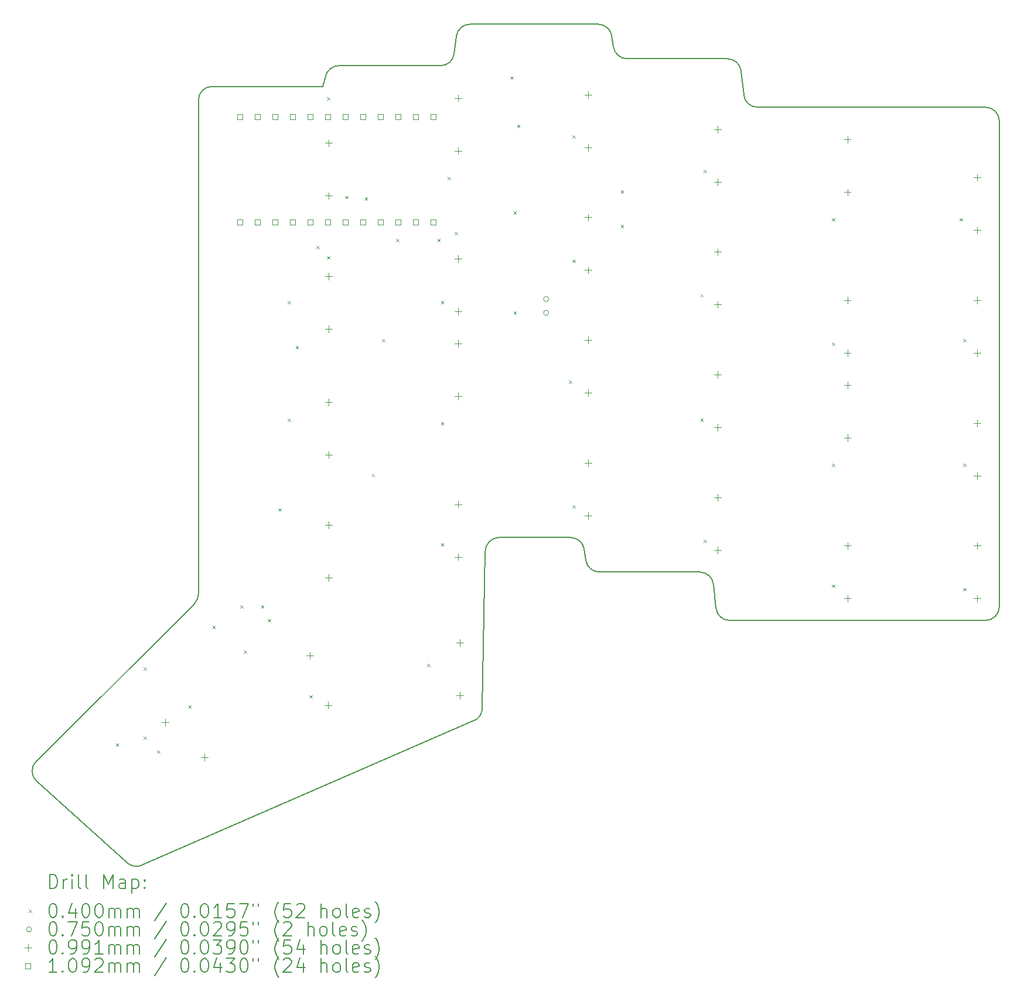
<source format=gbr>
%TF.GenerationSoftware,KiCad,Pcbnew,8.0.7*%
%TF.CreationDate,2024-12-27T12:51:28-06:00*%
%TF.ProjectId,right,72696768-742e-46b6-9963-61645f706362,v1.0.0*%
%TF.SameCoordinates,Original*%
%TF.FileFunction,Drillmap*%
%TF.FilePolarity,Positive*%
%FSLAX45Y45*%
G04 Gerber Fmt 4.5, Leading zero omitted, Abs format (unit mm)*
G04 Created by KiCad (PCBNEW 8.0.7) date 2024-12-27 12:51:28*
%MOMM*%
%LPD*%
G01*
G04 APERTURE LIST*
%ADD10C,0.150000*%
%ADD11C,0.200000*%
%ADD12C,0.100000*%
%ADD13C,0.109220*%
G04 APERTURE END LIST*
D10*
X32621191Y-14850000D02*
X33652763Y-14850000D01*
X30112123Y-8176487D02*
X30074990Y-8325000D01*
X27459418Y-19590663D02*
G75*
G02*
X27245736Y-19555929I-79858J183363D01*
G01*
X34274450Y-7754668D02*
X34250550Y-7595332D01*
X35920284Y-7925000D02*
X34472238Y-7925000D01*
X35920284Y-7925000D02*
G75*
G02*
X36119142Y-8103694I-4J-200000D01*
G01*
X28275000Y-8525000D02*
G75*
G02*
X28475000Y-8325000I200000J0D01*
G01*
X32377467Y-17321710D02*
G75*
G02*
X32257357Y-17501230I-199967J3850D01*
G01*
X30074990Y-8325000D02*
X28475000Y-8325000D01*
X25937648Y-18378116D02*
G75*
G02*
X25930264Y-18087861I133822J148626D01*
G01*
X32003101Y-7600193D02*
X31971899Y-7849807D01*
X34072238Y-15350000D02*
X35520284Y-15350000D01*
X34052763Y-7425000D02*
X32201556Y-7425000D01*
X35954716Y-16050000D02*
X39650000Y-16050000D01*
X30112123Y-8176487D02*
G75*
G02*
X30306150Y-8025000I194027J-48513D01*
G01*
X25937648Y-18378116D02*
X27245739Y-19555925D01*
X28275000Y-15666985D02*
G75*
G02*
X28216211Y-15808611I-200000J5D01*
G01*
X39850000Y-15850000D02*
X39850000Y-8825000D01*
X34052763Y-7425000D02*
G75*
G02*
X34250547Y-7595332I-3J-200000D01*
G01*
X39850000Y-15850000D02*
G75*
G02*
X39650000Y-16050000I-200000J0D01*
G01*
X35954716Y-16050000D02*
G75*
G02*
X35755858Y-15871306I4J200000D01*
G01*
X28275000Y-8525000D02*
X28275000Y-15666985D01*
X39650000Y-8625000D02*
X36354716Y-8625000D01*
X32003101Y-7600193D02*
G75*
G02*
X32201556Y-7424996I198459J-24807D01*
G01*
X28216213Y-15808614D02*
X25930261Y-18087858D01*
X36354716Y-8625000D02*
G75*
G02*
X36155858Y-8446306I4J200000D01*
G01*
X35520284Y-15350000D02*
G75*
G02*
X35719142Y-15528694I-4J-200000D01*
G01*
X39650000Y-8625000D02*
G75*
G02*
X39850000Y-8825000I0J-200000D01*
G01*
X33652763Y-14850000D02*
G75*
G02*
X33850547Y-15020332I-3J-200000D01*
G01*
X36155854Y-8446307D02*
X36119146Y-8103693D01*
X31971899Y-7849807D02*
G75*
G02*
X31773444Y-8025004I-198459J24807D01*
G01*
X27459418Y-19590663D02*
X32257358Y-17501232D01*
X31773444Y-8025000D02*
X30306150Y-8025000D01*
X34072238Y-15350000D02*
G75*
G02*
X33874453Y-15179668I3J200000D01*
G01*
X33850550Y-15020332D02*
X33874450Y-15179668D01*
X35719146Y-15528693D02*
X35755854Y-15871307D01*
X32421228Y-15046155D02*
G75*
G02*
X32621191Y-14850001I199962J-3845D01*
G01*
X34472238Y-7925000D02*
G75*
G02*
X34274453Y-7754668I3J200000D01*
G01*
X32377467Y-17321710D02*
X32421228Y-15046155D01*
D11*
D12*
X27080000Y-17830000D02*
X27120000Y-17870000D01*
X27120000Y-17830000D02*
X27080000Y-17870000D01*
X27480000Y-16730000D02*
X27520000Y-16770000D01*
X27520000Y-16730000D02*
X27480000Y-16770000D01*
X27480000Y-17730000D02*
X27520000Y-17770000D01*
X27520000Y-17730000D02*
X27480000Y-17770000D01*
X27680000Y-17930000D02*
X27720000Y-17970000D01*
X27720000Y-17930000D02*
X27680000Y-17970000D01*
X28130000Y-17280000D02*
X28170000Y-17320000D01*
X28170000Y-17280000D02*
X28130000Y-17320000D01*
X28478735Y-16128735D02*
X28518735Y-16168735D01*
X28518735Y-16128735D02*
X28478735Y-16168735D01*
X28880000Y-15830000D02*
X28920000Y-15870000D01*
X28920000Y-15830000D02*
X28880000Y-15870000D01*
X28930000Y-16480000D02*
X28970000Y-16520000D01*
X28970000Y-16480000D02*
X28930000Y-16520000D01*
X29180000Y-15830000D02*
X29220000Y-15870000D01*
X29220000Y-15830000D02*
X29180000Y-15870000D01*
X29280000Y-16030000D02*
X29320000Y-16070000D01*
X29320000Y-16030000D02*
X29280000Y-16070000D01*
X29430000Y-14430000D02*
X29470000Y-14470000D01*
X29470000Y-14430000D02*
X29430000Y-14470000D01*
X29563950Y-11430000D02*
X29603950Y-11470000D01*
X29603950Y-11430000D02*
X29563950Y-11470000D01*
X29563950Y-13130000D02*
X29603950Y-13170000D01*
X29603950Y-13130000D02*
X29563950Y-13170000D01*
X29680000Y-12080000D02*
X29720000Y-12120000D01*
X29720000Y-12080000D02*
X29680000Y-12120000D01*
X29880000Y-17130000D02*
X29920000Y-17170000D01*
X29920000Y-17130000D02*
X29880000Y-17170000D01*
X29980000Y-10630000D02*
X30020000Y-10670000D01*
X30020000Y-10630000D02*
X29980000Y-10670000D01*
X30130000Y-8480000D02*
X30170000Y-8520000D01*
X30170000Y-8480000D02*
X30130000Y-8520000D01*
X30130000Y-10780000D02*
X30170000Y-10820000D01*
X30170000Y-10780000D02*
X30130000Y-10820000D01*
X30395834Y-9908362D02*
X30435834Y-9948362D01*
X30435834Y-9908362D02*
X30395834Y-9948362D01*
X30680000Y-9930000D02*
X30720000Y-9970000D01*
X30720000Y-9930000D02*
X30680000Y-9970000D01*
X30780000Y-13930000D02*
X30820000Y-13970000D01*
X30820000Y-13930000D02*
X30780000Y-13970000D01*
X30930000Y-11980000D02*
X30970000Y-12020000D01*
X30970000Y-11980000D02*
X30930000Y-12020000D01*
X31130000Y-10530000D02*
X31170000Y-10570000D01*
X31170000Y-10530000D02*
X31130000Y-10570000D01*
X31580000Y-16680000D02*
X31620000Y-16720000D01*
X31620000Y-16680000D02*
X31580000Y-16720000D01*
X31730000Y-10530000D02*
X31770000Y-10570000D01*
X31770000Y-10530000D02*
X31730000Y-10570000D01*
X31780000Y-11430000D02*
X31820000Y-11470000D01*
X31820000Y-11430000D02*
X31780000Y-11470000D01*
X31780000Y-13180000D02*
X31820000Y-13220000D01*
X31820000Y-13180000D02*
X31780000Y-13220000D01*
X31780000Y-14930000D02*
X31820000Y-14970000D01*
X31820000Y-14930000D02*
X31780000Y-14970000D01*
X31880000Y-9630000D02*
X31920000Y-9670000D01*
X31920000Y-9630000D02*
X31880000Y-9670000D01*
X31980000Y-10430000D02*
X32020000Y-10470000D01*
X32020000Y-10430000D02*
X31980000Y-10470000D01*
X32780000Y-8180000D02*
X32820000Y-8220000D01*
X32820000Y-8180000D02*
X32780000Y-8220000D01*
X32830000Y-10130000D02*
X32870000Y-10170000D01*
X32870000Y-10130000D02*
X32830000Y-10170000D01*
X32830000Y-11580000D02*
X32870000Y-11620000D01*
X32870000Y-11580000D02*
X32830000Y-11620000D01*
X32880000Y-8880000D02*
X32920000Y-8920000D01*
X32920000Y-8880000D02*
X32880000Y-8920000D01*
X33630000Y-12580000D02*
X33670000Y-12620000D01*
X33670000Y-12580000D02*
X33630000Y-12620000D01*
X33680000Y-9030000D02*
X33720000Y-9070000D01*
X33720000Y-9030000D02*
X33680000Y-9070000D01*
X33680000Y-10830000D02*
X33720000Y-10870000D01*
X33720000Y-10830000D02*
X33680000Y-10870000D01*
X33680000Y-14380000D02*
X33720000Y-14420000D01*
X33720000Y-14380000D02*
X33680000Y-14420000D01*
X34380000Y-9830000D02*
X34420000Y-9870000D01*
X34420000Y-9830000D02*
X34380000Y-9870000D01*
X34380000Y-10330000D02*
X34420000Y-10370000D01*
X34420000Y-10330000D02*
X34380000Y-10370000D01*
X35530000Y-11330000D02*
X35570000Y-11370000D01*
X35570000Y-11330000D02*
X35530000Y-11370000D01*
X35530000Y-13130000D02*
X35570000Y-13170000D01*
X35570000Y-13130000D02*
X35530000Y-13170000D01*
X35580000Y-9530000D02*
X35620000Y-9570000D01*
X35620000Y-9530000D02*
X35580000Y-9570000D01*
X35580000Y-14880000D02*
X35620000Y-14920000D01*
X35620000Y-14880000D02*
X35580000Y-14920000D01*
X37430000Y-10230000D02*
X37470000Y-10270000D01*
X37470000Y-10230000D02*
X37430000Y-10270000D01*
X37430000Y-12030000D02*
X37470000Y-12070000D01*
X37470000Y-12030000D02*
X37430000Y-12070000D01*
X37430000Y-13780000D02*
X37470000Y-13820000D01*
X37470000Y-13780000D02*
X37430000Y-13820000D01*
X37430000Y-15530000D02*
X37470000Y-15570000D01*
X37470000Y-15530000D02*
X37430000Y-15570000D01*
X39280000Y-10230000D02*
X39320000Y-10270000D01*
X39320000Y-10230000D02*
X39280000Y-10270000D01*
X39330000Y-11980000D02*
X39370000Y-12020000D01*
X39370000Y-11980000D02*
X39330000Y-12020000D01*
X39330000Y-13780000D02*
X39370000Y-13820000D01*
X39370000Y-13780000D02*
X39330000Y-13820000D01*
X39330000Y-15580000D02*
X39370000Y-15620000D01*
X39370000Y-15580000D02*
X39330000Y-15620000D01*
X33337500Y-11400000D02*
G75*
G02*
X33262500Y-11400000I-37500J0D01*
G01*
X33262500Y-11400000D02*
G75*
G02*
X33337500Y-11400000I37500J0D01*
G01*
X33337500Y-11600000D02*
G75*
G02*
X33262500Y-11600000I-37500J0D01*
G01*
X33262500Y-11600000D02*
G75*
G02*
X33337500Y-11600000I37500J0D01*
G01*
X27796025Y-17472086D02*
X27796025Y-17571146D01*
X27746495Y-17521616D02*
X27845555Y-17521616D01*
X28362302Y-17981964D02*
X28362302Y-18081024D01*
X28312772Y-18031494D02*
X28411832Y-18031494D01*
X29885401Y-16510714D02*
X29885401Y-16609774D01*
X29835871Y-16560244D02*
X29934931Y-16560244D01*
X30146020Y-17226760D02*
X30146020Y-17325820D01*
X30096490Y-17276290D02*
X30195550Y-17276290D01*
X30155000Y-9094470D02*
X30155000Y-9193530D01*
X30105470Y-9144000D02*
X30204530Y-9144000D01*
X30155000Y-9856470D02*
X30155000Y-9955530D01*
X30105470Y-9906000D02*
X30204530Y-9906000D01*
X30155000Y-11019470D02*
X30155000Y-11118530D01*
X30105470Y-11069000D02*
X30204530Y-11069000D01*
X30155000Y-11781470D02*
X30155000Y-11880530D01*
X30105470Y-11831000D02*
X30204530Y-11831000D01*
X30155000Y-12844470D02*
X30155000Y-12943530D01*
X30105470Y-12894000D02*
X30204530Y-12894000D01*
X30155000Y-13606470D02*
X30155000Y-13705530D01*
X30105470Y-13656000D02*
X30204530Y-13656000D01*
X30155000Y-14619470D02*
X30155000Y-14718530D01*
X30105470Y-14669000D02*
X30204530Y-14669000D01*
X30155000Y-15381470D02*
X30155000Y-15480530D01*
X30105470Y-15431000D02*
X30204530Y-15431000D01*
X32030000Y-8444470D02*
X32030000Y-8543530D01*
X31980470Y-8494000D02*
X32079530Y-8494000D01*
X32030000Y-9206470D02*
X32030000Y-9305530D01*
X31980470Y-9256000D02*
X32079530Y-9256000D01*
X32030000Y-10769470D02*
X32030000Y-10868530D01*
X31980470Y-10819000D02*
X32079530Y-10819000D01*
X32030000Y-11531470D02*
X32030000Y-11630530D01*
X31980470Y-11581000D02*
X32079530Y-11581000D01*
X32030000Y-11994470D02*
X32030000Y-12093530D01*
X31980470Y-12044000D02*
X32079530Y-12044000D01*
X32030000Y-12756470D02*
X32030000Y-12855530D01*
X31980470Y-12806000D02*
X32079530Y-12806000D01*
X32030000Y-14319470D02*
X32030000Y-14418530D01*
X31980470Y-14369000D02*
X32079530Y-14369000D01*
X32030000Y-15081470D02*
X32030000Y-15180530D01*
X31980470Y-15131000D02*
X32079530Y-15131000D01*
X32055000Y-16319470D02*
X32055000Y-16418530D01*
X32005470Y-16369000D02*
X32104530Y-16369000D01*
X32055000Y-17081470D02*
X32055000Y-17180530D01*
X32005470Y-17131000D02*
X32104530Y-17131000D01*
X33905000Y-8394470D02*
X33905000Y-8493530D01*
X33855470Y-8444000D02*
X33954530Y-8444000D01*
X33905000Y-9156470D02*
X33905000Y-9255530D01*
X33855470Y-9206000D02*
X33954530Y-9206000D01*
X33905000Y-10169470D02*
X33905000Y-10268530D01*
X33855470Y-10219000D02*
X33954530Y-10219000D01*
X33905000Y-10931470D02*
X33905000Y-11030530D01*
X33855470Y-10981000D02*
X33954530Y-10981000D01*
X33905000Y-11944470D02*
X33905000Y-12043530D01*
X33855470Y-11994000D02*
X33954530Y-11994000D01*
X33905000Y-12706470D02*
X33905000Y-12805530D01*
X33855470Y-12756000D02*
X33954530Y-12756000D01*
X33905000Y-13719470D02*
X33905000Y-13818530D01*
X33855470Y-13769000D02*
X33954530Y-13769000D01*
X33905000Y-14481470D02*
X33905000Y-14580530D01*
X33855470Y-14531000D02*
X33954530Y-14531000D01*
X35780000Y-8894470D02*
X35780000Y-8993530D01*
X35730470Y-8944000D02*
X35829530Y-8944000D01*
X35780000Y-9656470D02*
X35780000Y-9755530D01*
X35730470Y-9706000D02*
X35829530Y-9706000D01*
X35780000Y-10669470D02*
X35780000Y-10768530D01*
X35730470Y-10719000D02*
X35829530Y-10719000D01*
X35780000Y-11431470D02*
X35780000Y-11530530D01*
X35730470Y-11481000D02*
X35829530Y-11481000D01*
X35780000Y-12444470D02*
X35780000Y-12543530D01*
X35730470Y-12494000D02*
X35829530Y-12494000D01*
X35780000Y-13206470D02*
X35780000Y-13305530D01*
X35730470Y-13256000D02*
X35829530Y-13256000D01*
X35780000Y-14219470D02*
X35780000Y-14318530D01*
X35730470Y-14269000D02*
X35829530Y-14269000D01*
X35780000Y-14981470D02*
X35780000Y-15080530D01*
X35730470Y-15031000D02*
X35829530Y-15031000D01*
X37655000Y-9044470D02*
X37655000Y-9143530D01*
X37605470Y-9094000D02*
X37704530Y-9094000D01*
X37655000Y-9806470D02*
X37655000Y-9905530D01*
X37605470Y-9856000D02*
X37704530Y-9856000D01*
X37655000Y-11369470D02*
X37655000Y-11468530D01*
X37605470Y-11419000D02*
X37704530Y-11419000D01*
X37655000Y-12131470D02*
X37655000Y-12230530D01*
X37605470Y-12181000D02*
X37704530Y-12181000D01*
X37655000Y-12594470D02*
X37655000Y-12693530D01*
X37605470Y-12644000D02*
X37704530Y-12644000D01*
X37655000Y-13356470D02*
X37655000Y-13455530D01*
X37605470Y-13406000D02*
X37704530Y-13406000D01*
X37655000Y-14919470D02*
X37655000Y-15018530D01*
X37605470Y-14969000D02*
X37704530Y-14969000D01*
X37655000Y-15681470D02*
X37655000Y-15780530D01*
X37605470Y-15731000D02*
X37704530Y-15731000D01*
X39530000Y-9594470D02*
X39530000Y-9693530D01*
X39480470Y-9644000D02*
X39579530Y-9644000D01*
X39530000Y-10356470D02*
X39530000Y-10455530D01*
X39480470Y-10406000D02*
X39579530Y-10406000D01*
X39530000Y-11369470D02*
X39530000Y-11468530D01*
X39480470Y-11419000D02*
X39579530Y-11419000D01*
X39530000Y-12131470D02*
X39530000Y-12230530D01*
X39480470Y-12181000D02*
X39579530Y-12181000D01*
X39530000Y-13144470D02*
X39530000Y-13243530D01*
X39480470Y-13194000D02*
X39579530Y-13194000D01*
X39530000Y-13906470D02*
X39530000Y-14005530D01*
X39480470Y-13956000D02*
X39579530Y-13956000D01*
X39530000Y-14919470D02*
X39530000Y-15018530D01*
X39480470Y-14969000D02*
X39579530Y-14969000D01*
X39530000Y-15681470D02*
X39530000Y-15780530D01*
X39480470Y-15731000D02*
X39579530Y-15731000D01*
D13*
X28916615Y-8801616D02*
X28916615Y-8724385D01*
X28839384Y-8724385D01*
X28839384Y-8801616D01*
X28916615Y-8801616D01*
X28916615Y-10325616D02*
X28916615Y-10248385D01*
X28839384Y-10248385D01*
X28839384Y-10325616D01*
X28916615Y-10325616D01*
X29170615Y-8801616D02*
X29170615Y-8724385D01*
X29093384Y-8724385D01*
X29093384Y-8801616D01*
X29170615Y-8801616D01*
X29170615Y-10325616D02*
X29170615Y-10248385D01*
X29093384Y-10248385D01*
X29093384Y-10325616D01*
X29170615Y-10325616D01*
X29424615Y-8801616D02*
X29424615Y-8724385D01*
X29347384Y-8724385D01*
X29347384Y-8801616D01*
X29424615Y-8801616D01*
X29424615Y-10325616D02*
X29424615Y-10248385D01*
X29347384Y-10248385D01*
X29347384Y-10325616D01*
X29424615Y-10325616D01*
X29678615Y-8801616D02*
X29678615Y-8724385D01*
X29601384Y-8724385D01*
X29601384Y-8801616D01*
X29678615Y-8801616D01*
X29678615Y-10325616D02*
X29678615Y-10248385D01*
X29601384Y-10248385D01*
X29601384Y-10325616D01*
X29678615Y-10325616D01*
X29932615Y-8801616D02*
X29932615Y-8724385D01*
X29855384Y-8724385D01*
X29855384Y-8801616D01*
X29932615Y-8801616D01*
X29932615Y-10325616D02*
X29932615Y-10248385D01*
X29855384Y-10248385D01*
X29855384Y-10325616D01*
X29932615Y-10325616D01*
X30186615Y-8801616D02*
X30186615Y-8724385D01*
X30109384Y-8724385D01*
X30109384Y-8801616D01*
X30186615Y-8801616D01*
X30186615Y-10325616D02*
X30186615Y-10248385D01*
X30109384Y-10248385D01*
X30109384Y-10325616D01*
X30186615Y-10325616D01*
X30440615Y-8801616D02*
X30440615Y-8724385D01*
X30363384Y-8724385D01*
X30363384Y-8801616D01*
X30440615Y-8801616D01*
X30440615Y-10325616D02*
X30440615Y-10248385D01*
X30363384Y-10248385D01*
X30363384Y-10325616D01*
X30440615Y-10325616D01*
X30694615Y-8801616D02*
X30694615Y-8724385D01*
X30617384Y-8724385D01*
X30617384Y-8801616D01*
X30694615Y-8801616D01*
X30694615Y-10325616D02*
X30694615Y-10248385D01*
X30617384Y-10248385D01*
X30617384Y-10325616D01*
X30694615Y-10325616D01*
X30948615Y-8801616D02*
X30948615Y-8724385D01*
X30871384Y-8724385D01*
X30871384Y-8801616D01*
X30948615Y-8801616D01*
X30948615Y-10325616D02*
X30948615Y-10248385D01*
X30871384Y-10248385D01*
X30871384Y-10325616D01*
X30948615Y-10325616D01*
X31202615Y-8801616D02*
X31202615Y-8724385D01*
X31125384Y-8724385D01*
X31125384Y-8801616D01*
X31202615Y-8801616D01*
X31202615Y-10325616D02*
X31202615Y-10248385D01*
X31125384Y-10248385D01*
X31125384Y-10325616D01*
X31202615Y-10325616D01*
X31456615Y-8801616D02*
X31456615Y-8724385D01*
X31379384Y-8724385D01*
X31379384Y-8801616D01*
X31456615Y-8801616D01*
X31456615Y-10325616D02*
X31456615Y-10248385D01*
X31379384Y-10248385D01*
X31379384Y-10325616D01*
X31456615Y-10325616D01*
X31710615Y-8801616D02*
X31710615Y-8724385D01*
X31633384Y-8724385D01*
X31633384Y-8801616D01*
X31710615Y-8801616D01*
X31710615Y-10325616D02*
X31710615Y-10248385D01*
X31633384Y-10248385D01*
X31633384Y-10325616D01*
X31710615Y-10325616D01*
D11*
X26124752Y-19926283D02*
X26124752Y-19726283D01*
X26124752Y-19726283D02*
X26172371Y-19726283D01*
X26172371Y-19726283D02*
X26200943Y-19735806D01*
X26200943Y-19735806D02*
X26219990Y-19754854D01*
X26219990Y-19754854D02*
X26229514Y-19773902D01*
X26229514Y-19773902D02*
X26239038Y-19811997D01*
X26239038Y-19811997D02*
X26239038Y-19840568D01*
X26239038Y-19840568D02*
X26229514Y-19878663D01*
X26229514Y-19878663D02*
X26219990Y-19897711D01*
X26219990Y-19897711D02*
X26200943Y-19916759D01*
X26200943Y-19916759D02*
X26172371Y-19926283D01*
X26172371Y-19926283D02*
X26124752Y-19926283D01*
X26324752Y-19926283D02*
X26324752Y-19792949D01*
X26324752Y-19831044D02*
X26334276Y-19811997D01*
X26334276Y-19811997D02*
X26343800Y-19802473D01*
X26343800Y-19802473D02*
X26362847Y-19792949D01*
X26362847Y-19792949D02*
X26381895Y-19792949D01*
X26448562Y-19926283D02*
X26448562Y-19792949D01*
X26448562Y-19726283D02*
X26439038Y-19735806D01*
X26439038Y-19735806D02*
X26448562Y-19745330D01*
X26448562Y-19745330D02*
X26458086Y-19735806D01*
X26458086Y-19735806D02*
X26448562Y-19726283D01*
X26448562Y-19726283D02*
X26448562Y-19745330D01*
X26572371Y-19926283D02*
X26553324Y-19916759D01*
X26553324Y-19916759D02*
X26543800Y-19897711D01*
X26543800Y-19897711D02*
X26543800Y-19726283D01*
X26677133Y-19926283D02*
X26658086Y-19916759D01*
X26658086Y-19916759D02*
X26648562Y-19897711D01*
X26648562Y-19897711D02*
X26648562Y-19726283D01*
X26905705Y-19926283D02*
X26905705Y-19726283D01*
X26905705Y-19726283D02*
X26972371Y-19869140D01*
X26972371Y-19869140D02*
X27039038Y-19726283D01*
X27039038Y-19726283D02*
X27039038Y-19926283D01*
X27219990Y-19926283D02*
X27219990Y-19821521D01*
X27219990Y-19821521D02*
X27210467Y-19802473D01*
X27210467Y-19802473D02*
X27191419Y-19792949D01*
X27191419Y-19792949D02*
X27153324Y-19792949D01*
X27153324Y-19792949D02*
X27134276Y-19802473D01*
X27219990Y-19916759D02*
X27200943Y-19926283D01*
X27200943Y-19926283D02*
X27153324Y-19926283D01*
X27153324Y-19926283D02*
X27134276Y-19916759D01*
X27134276Y-19916759D02*
X27124752Y-19897711D01*
X27124752Y-19897711D02*
X27124752Y-19878663D01*
X27124752Y-19878663D02*
X27134276Y-19859616D01*
X27134276Y-19859616D02*
X27153324Y-19850092D01*
X27153324Y-19850092D02*
X27200943Y-19850092D01*
X27200943Y-19850092D02*
X27219990Y-19840568D01*
X27315228Y-19792949D02*
X27315228Y-19992949D01*
X27315228Y-19802473D02*
X27334276Y-19792949D01*
X27334276Y-19792949D02*
X27372371Y-19792949D01*
X27372371Y-19792949D02*
X27391419Y-19802473D01*
X27391419Y-19802473D02*
X27400943Y-19811997D01*
X27400943Y-19811997D02*
X27410467Y-19831044D01*
X27410467Y-19831044D02*
X27410467Y-19888187D01*
X27410467Y-19888187D02*
X27400943Y-19907235D01*
X27400943Y-19907235D02*
X27391419Y-19916759D01*
X27391419Y-19916759D02*
X27372371Y-19926283D01*
X27372371Y-19926283D02*
X27334276Y-19926283D01*
X27334276Y-19926283D02*
X27315228Y-19916759D01*
X27496181Y-19907235D02*
X27505705Y-19916759D01*
X27505705Y-19916759D02*
X27496181Y-19926283D01*
X27496181Y-19926283D02*
X27486657Y-19916759D01*
X27486657Y-19916759D02*
X27496181Y-19907235D01*
X27496181Y-19907235D02*
X27496181Y-19926283D01*
X27496181Y-19802473D02*
X27505705Y-19811997D01*
X27505705Y-19811997D02*
X27496181Y-19821521D01*
X27496181Y-19821521D02*
X27486657Y-19811997D01*
X27486657Y-19811997D02*
X27496181Y-19802473D01*
X27496181Y-19802473D02*
X27496181Y-19821521D01*
D12*
X25823975Y-20234799D02*
X25863975Y-20274799D01*
X25863975Y-20234799D02*
X25823975Y-20274799D01*
D11*
X26162847Y-20146283D02*
X26181895Y-20146283D01*
X26181895Y-20146283D02*
X26200943Y-20155806D01*
X26200943Y-20155806D02*
X26210467Y-20165330D01*
X26210467Y-20165330D02*
X26219990Y-20184378D01*
X26219990Y-20184378D02*
X26229514Y-20222473D01*
X26229514Y-20222473D02*
X26229514Y-20270092D01*
X26229514Y-20270092D02*
X26219990Y-20308187D01*
X26219990Y-20308187D02*
X26210467Y-20327235D01*
X26210467Y-20327235D02*
X26200943Y-20336759D01*
X26200943Y-20336759D02*
X26181895Y-20346283D01*
X26181895Y-20346283D02*
X26162847Y-20346283D01*
X26162847Y-20346283D02*
X26143800Y-20336759D01*
X26143800Y-20336759D02*
X26134276Y-20327235D01*
X26134276Y-20327235D02*
X26124752Y-20308187D01*
X26124752Y-20308187D02*
X26115228Y-20270092D01*
X26115228Y-20270092D02*
X26115228Y-20222473D01*
X26115228Y-20222473D02*
X26124752Y-20184378D01*
X26124752Y-20184378D02*
X26134276Y-20165330D01*
X26134276Y-20165330D02*
X26143800Y-20155806D01*
X26143800Y-20155806D02*
X26162847Y-20146283D01*
X26315228Y-20327235D02*
X26324752Y-20336759D01*
X26324752Y-20336759D02*
X26315228Y-20346283D01*
X26315228Y-20346283D02*
X26305705Y-20336759D01*
X26305705Y-20336759D02*
X26315228Y-20327235D01*
X26315228Y-20327235D02*
X26315228Y-20346283D01*
X26496181Y-20212949D02*
X26496181Y-20346283D01*
X26448562Y-20136759D02*
X26400943Y-20279616D01*
X26400943Y-20279616D02*
X26524752Y-20279616D01*
X26639038Y-20146283D02*
X26658086Y-20146283D01*
X26658086Y-20146283D02*
X26677133Y-20155806D01*
X26677133Y-20155806D02*
X26686657Y-20165330D01*
X26686657Y-20165330D02*
X26696181Y-20184378D01*
X26696181Y-20184378D02*
X26705705Y-20222473D01*
X26705705Y-20222473D02*
X26705705Y-20270092D01*
X26705705Y-20270092D02*
X26696181Y-20308187D01*
X26696181Y-20308187D02*
X26686657Y-20327235D01*
X26686657Y-20327235D02*
X26677133Y-20336759D01*
X26677133Y-20336759D02*
X26658086Y-20346283D01*
X26658086Y-20346283D02*
X26639038Y-20346283D01*
X26639038Y-20346283D02*
X26619990Y-20336759D01*
X26619990Y-20336759D02*
X26610467Y-20327235D01*
X26610467Y-20327235D02*
X26600943Y-20308187D01*
X26600943Y-20308187D02*
X26591419Y-20270092D01*
X26591419Y-20270092D02*
X26591419Y-20222473D01*
X26591419Y-20222473D02*
X26600943Y-20184378D01*
X26600943Y-20184378D02*
X26610467Y-20165330D01*
X26610467Y-20165330D02*
X26619990Y-20155806D01*
X26619990Y-20155806D02*
X26639038Y-20146283D01*
X26829514Y-20146283D02*
X26848562Y-20146283D01*
X26848562Y-20146283D02*
X26867609Y-20155806D01*
X26867609Y-20155806D02*
X26877133Y-20165330D01*
X26877133Y-20165330D02*
X26886657Y-20184378D01*
X26886657Y-20184378D02*
X26896181Y-20222473D01*
X26896181Y-20222473D02*
X26896181Y-20270092D01*
X26896181Y-20270092D02*
X26886657Y-20308187D01*
X26886657Y-20308187D02*
X26877133Y-20327235D01*
X26877133Y-20327235D02*
X26867609Y-20336759D01*
X26867609Y-20336759D02*
X26848562Y-20346283D01*
X26848562Y-20346283D02*
X26829514Y-20346283D01*
X26829514Y-20346283D02*
X26810467Y-20336759D01*
X26810467Y-20336759D02*
X26800943Y-20327235D01*
X26800943Y-20327235D02*
X26791419Y-20308187D01*
X26791419Y-20308187D02*
X26781895Y-20270092D01*
X26781895Y-20270092D02*
X26781895Y-20222473D01*
X26781895Y-20222473D02*
X26791419Y-20184378D01*
X26791419Y-20184378D02*
X26800943Y-20165330D01*
X26800943Y-20165330D02*
X26810467Y-20155806D01*
X26810467Y-20155806D02*
X26829514Y-20146283D01*
X26981895Y-20346283D02*
X26981895Y-20212949D01*
X26981895Y-20231997D02*
X26991419Y-20222473D01*
X26991419Y-20222473D02*
X27010467Y-20212949D01*
X27010467Y-20212949D02*
X27039038Y-20212949D01*
X27039038Y-20212949D02*
X27058086Y-20222473D01*
X27058086Y-20222473D02*
X27067609Y-20241521D01*
X27067609Y-20241521D02*
X27067609Y-20346283D01*
X27067609Y-20241521D02*
X27077133Y-20222473D01*
X27077133Y-20222473D02*
X27096181Y-20212949D01*
X27096181Y-20212949D02*
X27124752Y-20212949D01*
X27124752Y-20212949D02*
X27143800Y-20222473D01*
X27143800Y-20222473D02*
X27153324Y-20241521D01*
X27153324Y-20241521D02*
X27153324Y-20346283D01*
X27248562Y-20346283D02*
X27248562Y-20212949D01*
X27248562Y-20231997D02*
X27258086Y-20222473D01*
X27258086Y-20222473D02*
X27277133Y-20212949D01*
X27277133Y-20212949D02*
X27305705Y-20212949D01*
X27305705Y-20212949D02*
X27324752Y-20222473D01*
X27324752Y-20222473D02*
X27334276Y-20241521D01*
X27334276Y-20241521D02*
X27334276Y-20346283D01*
X27334276Y-20241521D02*
X27343800Y-20222473D01*
X27343800Y-20222473D02*
X27362848Y-20212949D01*
X27362848Y-20212949D02*
X27391419Y-20212949D01*
X27391419Y-20212949D02*
X27410467Y-20222473D01*
X27410467Y-20222473D02*
X27419990Y-20241521D01*
X27419990Y-20241521D02*
X27419990Y-20346283D01*
X27810467Y-20136759D02*
X27639038Y-20393902D01*
X28067610Y-20146283D02*
X28086657Y-20146283D01*
X28086657Y-20146283D02*
X28105705Y-20155806D01*
X28105705Y-20155806D02*
X28115229Y-20165330D01*
X28115229Y-20165330D02*
X28124752Y-20184378D01*
X28124752Y-20184378D02*
X28134276Y-20222473D01*
X28134276Y-20222473D02*
X28134276Y-20270092D01*
X28134276Y-20270092D02*
X28124752Y-20308187D01*
X28124752Y-20308187D02*
X28115229Y-20327235D01*
X28115229Y-20327235D02*
X28105705Y-20336759D01*
X28105705Y-20336759D02*
X28086657Y-20346283D01*
X28086657Y-20346283D02*
X28067610Y-20346283D01*
X28067610Y-20346283D02*
X28048562Y-20336759D01*
X28048562Y-20336759D02*
X28039038Y-20327235D01*
X28039038Y-20327235D02*
X28029514Y-20308187D01*
X28029514Y-20308187D02*
X28019991Y-20270092D01*
X28019991Y-20270092D02*
X28019991Y-20222473D01*
X28019991Y-20222473D02*
X28029514Y-20184378D01*
X28029514Y-20184378D02*
X28039038Y-20165330D01*
X28039038Y-20165330D02*
X28048562Y-20155806D01*
X28048562Y-20155806D02*
X28067610Y-20146283D01*
X28219991Y-20327235D02*
X28229514Y-20336759D01*
X28229514Y-20336759D02*
X28219991Y-20346283D01*
X28219991Y-20346283D02*
X28210467Y-20336759D01*
X28210467Y-20336759D02*
X28219991Y-20327235D01*
X28219991Y-20327235D02*
X28219991Y-20346283D01*
X28353324Y-20146283D02*
X28372372Y-20146283D01*
X28372372Y-20146283D02*
X28391419Y-20155806D01*
X28391419Y-20155806D02*
X28400943Y-20165330D01*
X28400943Y-20165330D02*
X28410467Y-20184378D01*
X28410467Y-20184378D02*
X28419991Y-20222473D01*
X28419991Y-20222473D02*
X28419991Y-20270092D01*
X28419991Y-20270092D02*
X28410467Y-20308187D01*
X28410467Y-20308187D02*
X28400943Y-20327235D01*
X28400943Y-20327235D02*
X28391419Y-20336759D01*
X28391419Y-20336759D02*
X28372372Y-20346283D01*
X28372372Y-20346283D02*
X28353324Y-20346283D01*
X28353324Y-20346283D02*
X28334276Y-20336759D01*
X28334276Y-20336759D02*
X28324752Y-20327235D01*
X28324752Y-20327235D02*
X28315229Y-20308187D01*
X28315229Y-20308187D02*
X28305705Y-20270092D01*
X28305705Y-20270092D02*
X28305705Y-20222473D01*
X28305705Y-20222473D02*
X28315229Y-20184378D01*
X28315229Y-20184378D02*
X28324752Y-20165330D01*
X28324752Y-20165330D02*
X28334276Y-20155806D01*
X28334276Y-20155806D02*
X28353324Y-20146283D01*
X28610467Y-20346283D02*
X28496181Y-20346283D01*
X28553324Y-20346283D02*
X28553324Y-20146283D01*
X28553324Y-20146283D02*
X28534276Y-20174854D01*
X28534276Y-20174854D02*
X28515229Y-20193902D01*
X28515229Y-20193902D02*
X28496181Y-20203425D01*
X28791419Y-20146283D02*
X28696181Y-20146283D01*
X28696181Y-20146283D02*
X28686657Y-20241521D01*
X28686657Y-20241521D02*
X28696181Y-20231997D01*
X28696181Y-20231997D02*
X28715229Y-20222473D01*
X28715229Y-20222473D02*
X28762848Y-20222473D01*
X28762848Y-20222473D02*
X28781895Y-20231997D01*
X28781895Y-20231997D02*
X28791419Y-20241521D01*
X28791419Y-20241521D02*
X28800943Y-20260568D01*
X28800943Y-20260568D02*
X28800943Y-20308187D01*
X28800943Y-20308187D02*
X28791419Y-20327235D01*
X28791419Y-20327235D02*
X28781895Y-20336759D01*
X28781895Y-20336759D02*
X28762848Y-20346283D01*
X28762848Y-20346283D02*
X28715229Y-20346283D01*
X28715229Y-20346283D02*
X28696181Y-20336759D01*
X28696181Y-20336759D02*
X28686657Y-20327235D01*
X28867610Y-20146283D02*
X29000943Y-20146283D01*
X29000943Y-20146283D02*
X28915229Y-20346283D01*
X29067610Y-20146283D02*
X29067610Y-20184378D01*
X29143800Y-20146283D02*
X29143800Y-20184378D01*
X29439038Y-20422473D02*
X29429514Y-20412949D01*
X29429514Y-20412949D02*
X29410467Y-20384378D01*
X29410467Y-20384378D02*
X29400943Y-20365330D01*
X29400943Y-20365330D02*
X29391419Y-20336759D01*
X29391419Y-20336759D02*
X29381895Y-20289140D01*
X29381895Y-20289140D02*
X29381895Y-20251044D01*
X29381895Y-20251044D02*
X29391419Y-20203425D01*
X29391419Y-20203425D02*
X29400943Y-20174854D01*
X29400943Y-20174854D02*
X29410467Y-20155806D01*
X29410467Y-20155806D02*
X29429514Y-20127235D01*
X29429514Y-20127235D02*
X29439038Y-20117711D01*
X29610467Y-20146283D02*
X29515229Y-20146283D01*
X29515229Y-20146283D02*
X29505705Y-20241521D01*
X29505705Y-20241521D02*
X29515229Y-20231997D01*
X29515229Y-20231997D02*
X29534276Y-20222473D01*
X29534276Y-20222473D02*
X29581895Y-20222473D01*
X29581895Y-20222473D02*
X29600943Y-20231997D01*
X29600943Y-20231997D02*
X29610467Y-20241521D01*
X29610467Y-20241521D02*
X29619991Y-20260568D01*
X29619991Y-20260568D02*
X29619991Y-20308187D01*
X29619991Y-20308187D02*
X29610467Y-20327235D01*
X29610467Y-20327235D02*
X29600943Y-20336759D01*
X29600943Y-20336759D02*
X29581895Y-20346283D01*
X29581895Y-20346283D02*
X29534276Y-20346283D01*
X29534276Y-20346283D02*
X29515229Y-20336759D01*
X29515229Y-20336759D02*
X29505705Y-20327235D01*
X29696181Y-20165330D02*
X29705705Y-20155806D01*
X29705705Y-20155806D02*
X29724753Y-20146283D01*
X29724753Y-20146283D02*
X29772372Y-20146283D01*
X29772372Y-20146283D02*
X29791419Y-20155806D01*
X29791419Y-20155806D02*
X29800943Y-20165330D01*
X29800943Y-20165330D02*
X29810467Y-20184378D01*
X29810467Y-20184378D02*
X29810467Y-20203425D01*
X29810467Y-20203425D02*
X29800943Y-20231997D01*
X29800943Y-20231997D02*
X29686657Y-20346283D01*
X29686657Y-20346283D02*
X29810467Y-20346283D01*
X30048562Y-20346283D02*
X30048562Y-20146283D01*
X30134276Y-20346283D02*
X30134276Y-20241521D01*
X30134276Y-20241521D02*
X30124753Y-20222473D01*
X30124753Y-20222473D02*
X30105705Y-20212949D01*
X30105705Y-20212949D02*
X30077134Y-20212949D01*
X30077134Y-20212949D02*
X30058086Y-20222473D01*
X30058086Y-20222473D02*
X30048562Y-20231997D01*
X30258086Y-20346283D02*
X30239038Y-20336759D01*
X30239038Y-20336759D02*
X30229515Y-20327235D01*
X30229515Y-20327235D02*
X30219991Y-20308187D01*
X30219991Y-20308187D02*
X30219991Y-20251044D01*
X30219991Y-20251044D02*
X30229515Y-20231997D01*
X30229515Y-20231997D02*
X30239038Y-20222473D01*
X30239038Y-20222473D02*
X30258086Y-20212949D01*
X30258086Y-20212949D02*
X30286657Y-20212949D01*
X30286657Y-20212949D02*
X30305705Y-20222473D01*
X30305705Y-20222473D02*
X30315229Y-20231997D01*
X30315229Y-20231997D02*
X30324753Y-20251044D01*
X30324753Y-20251044D02*
X30324753Y-20308187D01*
X30324753Y-20308187D02*
X30315229Y-20327235D01*
X30315229Y-20327235D02*
X30305705Y-20336759D01*
X30305705Y-20336759D02*
X30286657Y-20346283D01*
X30286657Y-20346283D02*
X30258086Y-20346283D01*
X30439038Y-20346283D02*
X30419991Y-20336759D01*
X30419991Y-20336759D02*
X30410467Y-20317711D01*
X30410467Y-20317711D02*
X30410467Y-20146283D01*
X30591419Y-20336759D02*
X30572372Y-20346283D01*
X30572372Y-20346283D02*
X30534276Y-20346283D01*
X30534276Y-20346283D02*
X30515229Y-20336759D01*
X30515229Y-20336759D02*
X30505705Y-20317711D01*
X30505705Y-20317711D02*
X30505705Y-20241521D01*
X30505705Y-20241521D02*
X30515229Y-20222473D01*
X30515229Y-20222473D02*
X30534276Y-20212949D01*
X30534276Y-20212949D02*
X30572372Y-20212949D01*
X30572372Y-20212949D02*
X30591419Y-20222473D01*
X30591419Y-20222473D02*
X30600943Y-20241521D01*
X30600943Y-20241521D02*
X30600943Y-20260568D01*
X30600943Y-20260568D02*
X30505705Y-20279616D01*
X30677134Y-20336759D02*
X30696181Y-20346283D01*
X30696181Y-20346283D02*
X30734276Y-20346283D01*
X30734276Y-20346283D02*
X30753324Y-20336759D01*
X30753324Y-20336759D02*
X30762848Y-20317711D01*
X30762848Y-20317711D02*
X30762848Y-20308187D01*
X30762848Y-20308187D02*
X30753324Y-20289140D01*
X30753324Y-20289140D02*
X30734276Y-20279616D01*
X30734276Y-20279616D02*
X30705705Y-20279616D01*
X30705705Y-20279616D02*
X30686657Y-20270092D01*
X30686657Y-20270092D02*
X30677134Y-20251044D01*
X30677134Y-20251044D02*
X30677134Y-20241521D01*
X30677134Y-20241521D02*
X30686657Y-20222473D01*
X30686657Y-20222473D02*
X30705705Y-20212949D01*
X30705705Y-20212949D02*
X30734276Y-20212949D01*
X30734276Y-20212949D02*
X30753324Y-20222473D01*
X30829515Y-20422473D02*
X30839038Y-20412949D01*
X30839038Y-20412949D02*
X30858086Y-20384378D01*
X30858086Y-20384378D02*
X30867610Y-20365330D01*
X30867610Y-20365330D02*
X30877134Y-20336759D01*
X30877134Y-20336759D02*
X30886657Y-20289140D01*
X30886657Y-20289140D02*
X30886657Y-20251044D01*
X30886657Y-20251044D02*
X30877134Y-20203425D01*
X30877134Y-20203425D02*
X30867610Y-20174854D01*
X30867610Y-20174854D02*
X30858086Y-20155806D01*
X30858086Y-20155806D02*
X30839038Y-20127235D01*
X30839038Y-20127235D02*
X30829515Y-20117711D01*
D12*
X25863975Y-20518799D02*
G75*
G02*
X25788975Y-20518799I-37500J0D01*
G01*
X25788975Y-20518799D02*
G75*
G02*
X25863975Y-20518799I37500J0D01*
G01*
D11*
X26162847Y-20410283D02*
X26181895Y-20410283D01*
X26181895Y-20410283D02*
X26200943Y-20419806D01*
X26200943Y-20419806D02*
X26210467Y-20429330D01*
X26210467Y-20429330D02*
X26219990Y-20448378D01*
X26219990Y-20448378D02*
X26229514Y-20486473D01*
X26229514Y-20486473D02*
X26229514Y-20534092D01*
X26229514Y-20534092D02*
X26219990Y-20572187D01*
X26219990Y-20572187D02*
X26210467Y-20591235D01*
X26210467Y-20591235D02*
X26200943Y-20600759D01*
X26200943Y-20600759D02*
X26181895Y-20610283D01*
X26181895Y-20610283D02*
X26162847Y-20610283D01*
X26162847Y-20610283D02*
X26143800Y-20600759D01*
X26143800Y-20600759D02*
X26134276Y-20591235D01*
X26134276Y-20591235D02*
X26124752Y-20572187D01*
X26124752Y-20572187D02*
X26115228Y-20534092D01*
X26115228Y-20534092D02*
X26115228Y-20486473D01*
X26115228Y-20486473D02*
X26124752Y-20448378D01*
X26124752Y-20448378D02*
X26134276Y-20429330D01*
X26134276Y-20429330D02*
X26143800Y-20419806D01*
X26143800Y-20419806D02*
X26162847Y-20410283D01*
X26315228Y-20591235D02*
X26324752Y-20600759D01*
X26324752Y-20600759D02*
X26315228Y-20610283D01*
X26315228Y-20610283D02*
X26305705Y-20600759D01*
X26305705Y-20600759D02*
X26315228Y-20591235D01*
X26315228Y-20591235D02*
X26315228Y-20610283D01*
X26391419Y-20410283D02*
X26524752Y-20410283D01*
X26524752Y-20410283D02*
X26439038Y-20610283D01*
X26696181Y-20410283D02*
X26600943Y-20410283D01*
X26600943Y-20410283D02*
X26591419Y-20505521D01*
X26591419Y-20505521D02*
X26600943Y-20495997D01*
X26600943Y-20495997D02*
X26619990Y-20486473D01*
X26619990Y-20486473D02*
X26667609Y-20486473D01*
X26667609Y-20486473D02*
X26686657Y-20495997D01*
X26686657Y-20495997D02*
X26696181Y-20505521D01*
X26696181Y-20505521D02*
X26705705Y-20524568D01*
X26705705Y-20524568D02*
X26705705Y-20572187D01*
X26705705Y-20572187D02*
X26696181Y-20591235D01*
X26696181Y-20591235D02*
X26686657Y-20600759D01*
X26686657Y-20600759D02*
X26667609Y-20610283D01*
X26667609Y-20610283D02*
X26619990Y-20610283D01*
X26619990Y-20610283D02*
X26600943Y-20600759D01*
X26600943Y-20600759D02*
X26591419Y-20591235D01*
X26829514Y-20410283D02*
X26848562Y-20410283D01*
X26848562Y-20410283D02*
X26867609Y-20419806D01*
X26867609Y-20419806D02*
X26877133Y-20429330D01*
X26877133Y-20429330D02*
X26886657Y-20448378D01*
X26886657Y-20448378D02*
X26896181Y-20486473D01*
X26896181Y-20486473D02*
X26896181Y-20534092D01*
X26896181Y-20534092D02*
X26886657Y-20572187D01*
X26886657Y-20572187D02*
X26877133Y-20591235D01*
X26877133Y-20591235D02*
X26867609Y-20600759D01*
X26867609Y-20600759D02*
X26848562Y-20610283D01*
X26848562Y-20610283D02*
X26829514Y-20610283D01*
X26829514Y-20610283D02*
X26810467Y-20600759D01*
X26810467Y-20600759D02*
X26800943Y-20591235D01*
X26800943Y-20591235D02*
X26791419Y-20572187D01*
X26791419Y-20572187D02*
X26781895Y-20534092D01*
X26781895Y-20534092D02*
X26781895Y-20486473D01*
X26781895Y-20486473D02*
X26791419Y-20448378D01*
X26791419Y-20448378D02*
X26800943Y-20429330D01*
X26800943Y-20429330D02*
X26810467Y-20419806D01*
X26810467Y-20419806D02*
X26829514Y-20410283D01*
X26981895Y-20610283D02*
X26981895Y-20476949D01*
X26981895Y-20495997D02*
X26991419Y-20486473D01*
X26991419Y-20486473D02*
X27010467Y-20476949D01*
X27010467Y-20476949D02*
X27039038Y-20476949D01*
X27039038Y-20476949D02*
X27058086Y-20486473D01*
X27058086Y-20486473D02*
X27067609Y-20505521D01*
X27067609Y-20505521D02*
X27067609Y-20610283D01*
X27067609Y-20505521D02*
X27077133Y-20486473D01*
X27077133Y-20486473D02*
X27096181Y-20476949D01*
X27096181Y-20476949D02*
X27124752Y-20476949D01*
X27124752Y-20476949D02*
X27143800Y-20486473D01*
X27143800Y-20486473D02*
X27153324Y-20505521D01*
X27153324Y-20505521D02*
X27153324Y-20610283D01*
X27248562Y-20610283D02*
X27248562Y-20476949D01*
X27248562Y-20495997D02*
X27258086Y-20486473D01*
X27258086Y-20486473D02*
X27277133Y-20476949D01*
X27277133Y-20476949D02*
X27305705Y-20476949D01*
X27305705Y-20476949D02*
X27324752Y-20486473D01*
X27324752Y-20486473D02*
X27334276Y-20505521D01*
X27334276Y-20505521D02*
X27334276Y-20610283D01*
X27334276Y-20505521D02*
X27343800Y-20486473D01*
X27343800Y-20486473D02*
X27362848Y-20476949D01*
X27362848Y-20476949D02*
X27391419Y-20476949D01*
X27391419Y-20476949D02*
X27410467Y-20486473D01*
X27410467Y-20486473D02*
X27419990Y-20505521D01*
X27419990Y-20505521D02*
X27419990Y-20610283D01*
X27810467Y-20400759D02*
X27639038Y-20657902D01*
X28067610Y-20410283D02*
X28086657Y-20410283D01*
X28086657Y-20410283D02*
X28105705Y-20419806D01*
X28105705Y-20419806D02*
X28115229Y-20429330D01*
X28115229Y-20429330D02*
X28124752Y-20448378D01*
X28124752Y-20448378D02*
X28134276Y-20486473D01*
X28134276Y-20486473D02*
X28134276Y-20534092D01*
X28134276Y-20534092D02*
X28124752Y-20572187D01*
X28124752Y-20572187D02*
X28115229Y-20591235D01*
X28115229Y-20591235D02*
X28105705Y-20600759D01*
X28105705Y-20600759D02*
X28086657Y-20610283D01*
X28086657Y-20610283D02*
X28067610Y-20610283D01*
X28067610Y-20610283D02*
X28048562Y-20600759D01*
X28048562Y-20600759D02*
X28039038Y-20591235D01*
X28039038Y-20591235D02*
X28029514Y-20572187D01*
X28029514Y-20572187D02*
X28019991Y-20534092D01*
X28019991Y-20534092D02*
X28019991Y-20486473D01*
X28019991Y-20486473D02*
X28029514Y-20448378D01*
X28029514Y-20448378D02*
X28039038Y-20429330D01*
X28039038Y-20429330D02*
X28048562Y-20419806D01*
X28048562Y-20419806D02*
X28067610Y-20410283D01*
X28219991Y-20591235D02*
X28229514Y-20600759D01*
X28229514Y-20600759D02*
X28219991Y-20610283D01*
X28219991Y-20610283D02*
X28210467Y-20600759D01*
X28210467Y-20600759D02*
X28219991Y-20591235D01*
X28219991Y-20591235D02*
X28219991Y-20610283D01*
X28353324Y-20410283D02*
X28372372Y-20410283D01*
X28372372Y-20410283D02*
X28391419Y-20419806D01*
X28391419Y-20419806D02*
X28400943Y-20429330D01*
X28400943Y-20429330D02*
X28410467Y-20448378D01*
X28410467Y-20448378D02*
X28419991Y-20486473D01*
X28419991Y-20486473D02*
X28419991Y-20534092D01*
X28419991Y-20534092D02*
X28410467Y-20572187D01*
X28410467Y-20572187D02*
X28400943Y-20591235D01*
X28400943Y-20591235D02*
X28391419Y-20600759D01*
X28391419Y-20600759D02*
X28372372Y-20610283D01*
X28372372Y-20610283D02*
X28353324Y-20610283D01*
X28353324Y-20610283D02*
X28334276Y-20600759D01*
X28334276Y-20600759D02*
X28324752Y-20591235D01*
X28324752Y-20591235D02*
X28315229Y-20572187D01*
X28315229Y-20572187D02*
X28305705Y-20534092D01*
X28305705Y-20534092D02*
X28305705Y-20486473D01*
X28305705Y-20486473D02*
X28315229Y-20448378D01*
X28315229Y-20448378D02*
X28324752Y-20429330D01*
X28324752Y-20429330D02*
X28334276Y-20419806D01*
X28334276Y-20419806D02*
X28353324Y-20410283D01*
X28496181Y-20429330D02*
X28505705Y-20419806D01*
X28505705Y-20419806D02*
X28524752Y-20410283D01*
X28524752Y-20410283D02*
X28572372Y-20410283D01*
X28572372Y-20410283D02*
X28591419Y-20419806D01*
X28591419Y-20419806D02*
X28600943Y-20429330D01*
X28600943Y-20429330D02*
X28610467Y-20448378D01*
X28610467Y-20448378D02*
X28610467Y-20467425D01*
X28610467Y-20467425D02*
X28600943Y-20495997D01*
X28600943Y-20495997D02*
X28486657Y-20610283D01*
X28486657Y-20610283D02*
X28610467Y-20610283D01*
X28705705Y-20610283D02*
X28743800Y-20610283D01*
X28743800Y-20610283D02*
X28762848Y-20600759D01*
X28762848Y-20600759D02*
X28772372Y-20591235D01*
X28772372Y-20591235D02*
X28791419Y-20562663D01*
X28791419Y-20562663D02*
X28800943Y-20524568D01*
X28800943Y-20524568D02*
X28800943Y-20448378D01*
X28800943Y-20448378D02*
X28791419Y-20429330D01*
X28791419Y-20429330D02*
X28781895Y-20419806D01*
X28781895Y-20419806D02*
X28762848Y-20410283D01*
X28762848Y-20410283D02*
X28724752Y-20410283D01*
X28724752Y-20410283D02*
X28705705Y-20419806D01*
X28705705Y-20419806D02*
X28696181Y-20429330D01*
X28696181Y-20429330D02*
X28686657Y-20448378D01*
X28686657Y-20448378D02*
X28686657Y-20495997D01*
X28686657Y-20495997D02*
X28696181Y-20515044D01*
X28696181Y-20515044D02*
X28705705Y-20524568D01*
X28705705Y-20524568D02*
X28724752Y-20534092D01*
X28724752Y-20534092D02*
X28762848Y-20534092D01*
X28762848Y-20534092D02*
X28781895Y-20524568D01*
X28781895Y-20524568D02*
X28791419Y-20515044D01*
X28791419Y-20515044D02*
X28800943Y-20495997D01*
X28981895Y-20410283D02*
X28886657Y-20410283D01*
X28886657Y-20410283D02*
X28877133Y-20505521D01*
X28877133Y-20505521D02*
X28886657Y-20495997D01*
X28886657Y-20495997D02*
X28905705Y-20486473D01*
X28905705Y-20486473D02*
X28953324Y-20486473D01*
X28953324Y-20486473D02*
X28972372Y-20495997D01*
X28972372Y-20495997D02*
X28981895Y-20505521D01*
X28981895Y-20505521D02*
X28991419Y-20524568D01*
X28991419Y-20524568D02*
X28991419Y-20572187D01*
X28991419Y-20572187D02*
X28981895Y-20591235D01*
X28981895Y-20591235D02*
X28972372Y-20600759D01*
X28972372Y-20600759D02*
X28953324Y-20610283D01*
X28953324Y-20610283D02*
X28905705Y-20610283D01*
X28905705Y-20610283D02*
X28886657Y-20600759D01*
X28886657Y-20600759D02*
X28877133Y-20591235D01*
X29067610Y-20410283D02*
X29067610Y-20448378D01*
X29143800Y-20410283D02*
X29143800Y-20448378D01*
X29439038Y-20686473D02*
X29429514Y-20676949D01*
X29429514Y-20676949D02*
X29410467Y-20648378D01*
X29410467Y-20648378D02*
X29400943Y-20629330D01*
X29400943Y-20629330D02*
X29391419Y-20600759D01*
X29391419Y-20600759D02*
X29381895Y-20553140D01*
X29381895Y-20553140D02*
X29381895Y-20515044D01*
X29381895Y-20515044D02*
X29391419Y-20467425D01*
X29391419Y-20467425D02*
X29400943Y-20438854D01*
X29400943Y-20438854D02*
X29410467Y-20419806D01*
X29410467Y-20419806D02*
X29429514Y-20391235D01*
X29429514Y-20391235D02*
X29439038Y-20381711D01*
X29505705Y-20429330D02*
X29515229Y-20419806D01*
X29515229Y-20419806D02*
X29534276Y-20410283D01*
X29534276Y-20410283D02*
X29581895Y-20410283D01*
X29581895Y-20410283D02*
X29600943Y-20419806D01*
X29600943Y-20419806D02*
X29610467Y-20429330D01*
X29610467Y-20429330D02*
X29619991Y-20448378D01*
X29619991Y-20448378D02*
X29619991Y-20467425D01*
X29619991Y-20467425D02*
X29610467Y-20495997D01*
X29610467Y-20495997D02*
X29496181Y-20610283D01*
X29496181Y-20610283D02*
X29619991Y-20610283D01*
X29858086Y-20610283D02*
X29858086Y-20410283D01*
X29943800Y-20610283D02*
X29943800Y-20505521D01*
X29943800Y-20505521D02*
X29934276Y-20486473D01*
X29934276Y-20486473D02*
X29915229Y-20476949D01*
X29915229Y-20476949D02*
X29886657Y-20476949D01*
X29886657Y-20476949D02*
X29867610Y-20486473D01*
X29867610Y-20486473D02*
X29858086Y-20495997D01*
X30067610Y-20610283D02*
X30048562Y-20600759D01*
X30048562Y-20600759D02*
X30039038Y-20591235D01*
X30039038Y-20591235D02*
X30029515Y-20572187D01*
X30029515Y-20572187D02*
X30029515Y-20515044D01*
X30029515Y-20515044D02*
X30039038Y-20495997D01*
X30039038Y-20495997D02*
X30048562Y-20486473D01*
X30048562Y-20486473D02*
X30067610Y-20476949D01*
X30067610Y-20476949D02*
X30096181Y-20476949D01*
X30096181Y-20476949D02*
X30115229Y-20486473D01*
X30115229Y-20486473D02*
X30124753Y-20495997D01*
X30124753Y-20495997D02*
X30134276Y-20515044D01*
X30134276Y-20515044D02*
X30134276Y-20572187D01*
X30134276Y-20572187D02*
X30124753Y-20591235D01*
X30124753Y-20591235D02*
X30115229Y-20600759D01*
X30115229Y-20600759D02*
X30096181Y-20610283D01*
X30096181Y-20610283D02*
X30067610Y-20610283D01*
X30248562Y-20610283D02*
X30229515Y-20600759D01*
X30229515Y-20600759D02*
X30219991Y-20581711D01*
X30219991Y-20581711D02*
X30219991Y-20410283D01*
X30400943Y-20600759D02*
X30381896Y-20610283D01*
X30381896Y-20610283D02*
X30343800Y-20610283D01*
X30343800Y-20610283D02*
X30324753Y-20600759D01*
X30324753Y-20600759D02*
X30315229Y-20581711D01*
X30315229Y-20581711D02*
X30315229Y-20505521D01*
X30315229Y-20505521D02*
X30324753Y-20486473D01*
X30324753Y-20486473D02*
X30343800Y-20476949D01*
X30343800Y-20476949D02*
X30381896Y-20476949D01*
X30381896Y-20476949D02*
X30400943Y-20486473D01*
X30400943Y-20486473D02*
X30410467Y-20505521D01*
X30410467Y-20505521D02*
X30410467Y-20524568D01*
X30410467Y-20524568D02*
X30315229Y-20543616D01*
X30486657Y-20600759D02*
X30505705Y-20610283D01*
X30505705Y-20610283D02*
X30543800Y-20610283D01*
X30543800Y-20610283D02*
X30562848Y-20600759D01*
X30562848Y-20600759D02*
X30572372Y-20581711D01*
X30572372Y-20581711D02*
X30572372Y-20572187D01*
X30572372Y-20572187D02*
X30562848Y-20553140D01*
X30562848Y-20553140D02*
X30543800Y-20543616D01*
X30543800Y-20543616D02*
X30515229Y-20543616D01*
X30515229Y-20543616D02*
X30496181Y-20534092D01*
X30496181Y-20534092D02*
X30486657Y-20515044D01*
X30486657Y-20515044D02*
X30486657Y-20505521D01*
X30486657Y-20505521D02*
X30496181Y-20486473D01*
X30496181Y-20486473D02*
X30515229Y-20476949D01*
X30515229Y-20476949D02*
X30543800Y-20476949D01*
X30543800Y-20476949D02*
X30562848Y-20486473D01*
X30639038Y-20686473D02*
X30648562Y-20676949D01*
X30648562Y-20676949D02*
X30667610Y-20648378D01*
X30667610Y-20648378D02*
X30677134Y-20629330D01*
X30677134Y-20629330D02*
X30686657Y-20600759D01*
X30686657Y-20600759D02*
X30696181Y-20553140D01*
X30696181Y-20553140D02*
X30696181Y-20515044D01*
X30696181Y-20515044D02*
X30686657Y-20467425D01*
X30686657Y-20467425D02*
X30677134Y-20438854D01*
X30677134Y-20438854D02*
X30667610Y-20419806D01*
X30667610Y-20419806D02*
X30648562Y-20391235D01*
X30648562Y-20391235D02*
X30639038Y-20381711D01*
D12*
X25814445Y-20733269D02*
X25814445Y-20832329D01*
X25764915Y-20782799D02*
X25863975Y-20782799D01*
D11*
X26162847Y-20674283D02*
X26181895Y-20674283D01*
X26181895Y-20674283D02*
X26200943Y-20683806D01*
X26200943Y-20683806D02*
X26210467Y-20693330D01*
X26210467Y-20693330D02*
X26219990Y-20712378D01*
X26219990Y-20712378D02*
X26229514Y-20750473D01*
X26229514Y-20750473D02*
X26229514Y-20798092D01*
X26229514Y-20798092D02*
X26219990Y-20836187D01*
X26219990Y-20836187D02*
X26210467Y-20855235D01*
X26210467Y-20855235D02*
X26200943Y-20864759D01*
X26200943Y-20864759D02*
X26181895Y-20874283D01*
X26181895Y-20874283D02*
X26162847Y-20874283D01*
X26162847Y-20874283D02*
X26143800Y-20864759D01*
X26143800Y-20864759D02*
X26134276Y-20855235D01*
X26134276Y-20855235D02*
X26124752Y-20836187D01*
X26124752Y-20836187D02*
X26115228Y-20798092D01*
X26115228Y-20798092D02*
X26115228Y-20750473D01*
X26115228Y-20750473D02*
X26124752Y-20712378D01*
X26124752Y-20712378D02*
X26134276Y-20693330D01*
X26134276Y-20693330D02*
X26143800Y-20683806D01*
X26143800Y-20683806D02*
X26162847Y-20674283D01*
X26315228Y-20855235D02*
X26324752Y-20864759D01*
X26324752Y-20864759D02*
X26315228Y-20874283D01*
X26315228Y-20874283D02*
X26305705Y-20864759D01*
X26305705Y-20864759D02*
X26315228Y-20855235D01*
X26315228Y-20855235D02*
X26315228Y-20874283D01*
X26419990Y-20874283D02*
X26458086Y-20874283D01*
X26458086Y-20874283D02*
X26477133Y-20864759D01*
X26477133Y-20864759D02*
X26486657Y-20855235D01*
X26486657Y-20855235D02*
X26505705Y-20826663D01*
X26505705Y-20826663D02*
X26515228Y-20788568D01*
X26515228Y-20788568D02*
X26515228Y-20712378D01*
X26515228Y-20712378D02*
X26505705Y-20693330D01*
X26505705Y-20693330D02*
X26496181Y-20683806D01*
X26496181Y-20683806D02*
X26477133Y-20674283D01*
X26477133Y-20674283D02*
X26439038Y-20674283D01*
X26439038Y-20674283D02*
X26419990Y-20683806D01*
X26419990Y-20683806D02*
X26410467Y-20693330D01*
X26410467Y-20693330D02*
X26400943Y-20712378D01*
X26400943Y-20712378D02*
X26400943Y-20759997D01*
X26400943Y-20759997D02*
X26410467Y-20779044D01*
X26410467Y-20779044D02*
X26419990Y-20788568D01*
X26419990Y-20788568D02*
X26439038Y-20798092D01*
X26439038Y-20798092D02*
X26477133Y-20798092D01*
X26477133Y-20798092D02*
X26496181Y-20788568D01*
X26496181Y-20788568D02*
X26505705Y-20779044D01*
X26505705Y-20779044D02*
X26515228Y-20759997D01*
X26610467Y-20874283D02*
X26648562Y-20874283D01*
X26648562Y-20874283D02*
X26667609Y-20864759D01*
X26667609Y-20864759D02*
X26677133Y-20855235D01*
X26677133Y-20855235D02*
X26696181Y-20826663D01*
X26696181Y-20826663D02*
X26705705Y-20788568D01*
X26705705Y-20788568D02*
X26705705Y-20712378D01*
X26705705Y-20712378D02*
X26696181Y-20693330D01*
X26696181Y-20693330D02*
X26686657Y-20683806D01*
X26686657Y-20683806D02*
X26667609Y-20674283D01*
X26667609Y-20674283D02*
X26629514Y-20674283D01*
X26629514Y-20674283D02*
X26610467Y-20683806D01*
X26610467Y-20683806D02*
X26600943Y-20693330D01*
X26600943Y-20693330D02*
X26591419Y-20712378D01*
X26591419Y-20712378D02*
X26591419Y-20759997D01*
X26591419Y-20759997D02*
X26600943Y-20779044D01*
X26600943Y-20779044D02*
X26610467Y-20788568D01*
X26610467Y-20788568D02*
X26629514Y-20798092D01*
X26629514Y-20798092D02*
X26667609Y-20798092D01*
X26667609Y-20798092D02*
X26686657Y-20788568D01*
X26686657Y-20788568D02*
X26696181Y-20779044D01*
X26696181Y-20779044D02*
X26705705Y-20759997D01*
X26896181Y-20874283D02*
X26781895Y-20874283D01*
X26839038Y-20874283D02*
X26839038Y-20674283D01*
X26839038Y-20674283D02*
X26819990Y-20702854D01*
X26819990Y-20702854D02*
X26800943Y-20721902D01*
X26800943Y-20721902D02*
X26781895Y-20731425D01*
X26981895Y-20874283D02*
X26981895Y-20740949D01*
X26981895Y-20759997D02*
X26991419Y-20750473D01*
X26991419Y-20750473D02*
X27010467Y-20740949D01*
X27010467Y-20740949D02*
X27039038Y-20740949D01*
X27039038Y-20740949D02*
X27058086Y-20750473D01*
X27058086Y-20750473D02*
X27067609Y-20769521D01*
X27067609Y-20769521D02*
X27067609Y-20874283D01*
X27067609Y-20769521D02*
X27077133Y-20750473D01*
X27077133Y-20750473D02*
X27096181Y-20740949D01*
X27096181Y-20740949D02*
X27124752Y-20740949D01*
X27124752Y-20740949D02*
X27143800Y-20750473D01*
X27143800Y-20750473D02*
X27153324Y-20769521D01*
X27153324Y-20769521D02*
X27153324Y-20874283D01*
X27248562Y-20874283D02*
X27248562Y-20740949D01*
X27248562Y-20759997D02*
X27258086Y-20750473D01*
X27258086Y-20750473D02*
X27277133Y-20740949D01*
X27277133Y-20740949D02*
X27305705Y-20740949D01*
X27305705Y-20740949D02*
X27324752Y-20750473D01*
X27324752Y-20750473D02*
X27334276Y-20769521D01*
X27334276Y-20769521D02*
X27334276Y-20874283D01*
X27334276Y-20769521D02*
X27343800Y-20750473D01*
X27343800Y-20750473D02*
X27362848Y-20740949D01*
X27362848Y-20740949D02*
X27391419Y-20740949D01*
X27391419Y-20740949D02*
X27410467Y-20750473D01*
X27410467Y-20750473D02*
X27419990Y-20769521D01*
X27419990Y-20769521D02*
X27419990Y-20874283D01*
X27810467Y-20664759D02*
X27639038Y-20921902D01*
X28067610Y-20674283D02*
X28086657Y-20674283D01*
X28086657Y-20674283D02*
X28105705Y-20683806D01*
X28105705Y-20683806D02*
X28115229Y-20693330D01*
X28115229Y-20693330D02*
X28124752Y-20712378D01*
X28124752Y-20712378D02*
X28134276Y-20750473D01*
X28134276Y-20750473D02*
X28134276Y-20798092D01*
X28134276Y-20798092D02*
X28124752Y-20836187D01*
X28124752Y-20836187D02*
X28115229Y-20855235D01*
X28115229Y-20855235D02*
X28105705Y-20864759D01*
X28105705Y-20864759D02*
X28086657Y-20874283D01*
X28086657Y-20874283D02*
X28067610Y-20874283D01*
X28067610Y-20874283D02*
X28048562Y-20864759D01*
X28048562Y-20864759D02*
X28039038Y-20855235D01*
X28039038Y-20855235D02*
X28029514Y-20836187D01*
X28029514Y-20836187D02*
X28019991Y-20798092D01*
X28019991Y-20798092D02*
X28019991Y-20750473D01*
X28019991Y-20750473D02*
X28029514Y-20712378D01*
X28029514Y-20712378D02*
X28039038Y-20693330D01*
X28039038Y-20693330D02*
X28048562Y-20683806D01*
X28048562Y-20683806D02*
X28067610Y-20674283D01*
X28219991Y-20855235D02*
X28229514Y-20864759D01*
X28229514Y-20864759D02*
X28219991Y-20874283D01*
X28219991Y-20874283D02*
X28210467Y-20864759D01*
X28210467Y-20864759D02*
X28219991Y-20855235D01*
X28219991Y-20855235D02*
X28219991Y-20874283D01*
X28353324Y-20674283D02*
X28372372Y-20674283D01*
X28372372Y-20674283D02*
X28391419Y-20683806D01*
X28391419Y-20683806D02*
X28400943Y-20693330D01*
X28400943Y-20693330D02*
X28410467Y-20712378D01*
X28410467Y-20712378D02*
X28419991Y-20750473D01*
X28419991Y-20750473D02*
X28419991Y-20798092D01*
X28419991Y-20798092D02*
X28410467Y-20836187D01*
X28410467Y-20836187D02*
X28400943Y-20855235D01*
X28400943Y-20855235D02*
X28391419Y-20864759D01*
X28391419Y-20864759D02*
X28372372Y-20874283D01*
X28372372Y-20874283D02*
X28353324Y-20874283D01*
X28353324Y-20874283D02*
X28334276Y-20864759D01*
X28334276Y-20864759D02*
X28324752Y-20855235D01*
X28324752Y-20855235D02*
X28315229Y-20836187D01*
X28315229Y-20836187D02*
X28305705Y-20798092D01*
X28305705Y-20798092D02*
X28305705Y-20750473D01*
X28305705Y-20750473D02*
X28315229Y-20712378D01*
X28315229Y-20712378D02*
X28324752Y-20693330D01*
X28324752Y-20693330D02*
X28334276Y-20683806D01*
X28334276Y-20683806D02*
X28353324Y-20674283D01*
X28486657Y-20674283D02*
X28610467Y-20674283D01*
X28610467Y-20674283D02*
X28543800Y-20750473D01*
X28543800Y-20750473D02*
X28572372Y-20750473D01*
X28572372Y-20750473D02*
X28591419Y-20759997D01*
X28591419Y-20759997D02*
X28600943Y-20769521D01*
X28600943Y-20769521D02*
X28610467Y-20788568D01*
X28610467Y-20788568D02*
X28610467Y-20836187D01*
X28610467Y-20836187D02*
X28600943Y-20855235D01*
X28600943Y-20855235D02*
X28591419Y-20864759D01*
X28591419Y-20864759D02*
X28572372Y-20874283D01*
X28572372Y-20874283D02*
X28515229Y-20874283D01*
X28515229Y-20874283D02*
X28496181Y-20864759D01*
X28496181Y-20864759D02*
X28486657Y-20855235D01*
X28705705Y-20874283D02*
X28743800Y-20874283D01*
X28743800Y-20874283D02*
X28762848Y-20864759D01*
X28762848Y-20864759D02*
X28772372Y-20855235D01*
X28772372Y-20855235D02*
X28791419Y-20826663D01*
X28791419Y-20826663D02*
X28800943Y-20788568D01*
X28800943Y-20788568D02*
X28800943Y-20712378D01*
X28800943Y-20712378D02*
X28791419Y-20693330D01*
X28791419Y-20693330D02*
X28781895Y-20683806D01*
X28781895Y-20683806D02*
X28762848Y-20674283D01*
X28762848Y-20674283D02*
X28724752Y-20674283D01*
X28724752Y-20674283D02*
X28705705Y-20683806D01*
X28705705Y-20683806D02*
X28696181Y-20693330D01*
X28696181Y-20693330D02*
X28686657Y-20712378D01*
X28686657Y-20712378D02*
X28686657Y-20759997D01*
X28686657Y-20759997D02*
X28696181Y-20779044D01*
X28696181Y-20779044D02*
X28705705Y-20788568D01*
X28705705Y-20788568D02*
X28724752Y-20798092D01*
X28724752Y-20798092D02*
X28762848Y-20798092D01*
X28762848Y-20798092D02*
X28781895Y-20788568D01*
X28781895Y-20788568D02*
X28791419Y-20779044D01*
X28791419Y-20779044D02*
X28800943Y-20759997D01*
X28924752Y-20674283D02*
X28943800Y-20674283D01*
X28943800Y-20674283D02*
X28962848Y-20683806D01*
X28962848Y-20683806D02*
X28972372Y-20693330D01*
X28972372Y-20693330D02*
X28981895Y-20712378D01*
X28981895Y-20712378D02*
X28991419Y-20750473D01*
X28991419Y-20750473D02*
X28991419Y-20798092D01*
X28991419Y-20798092D02*
X28981895Y-20836187D01*
X28981895Y-20836187D02*
X28972372Y-20855235D01*
X28972372Y-20855235D02*
X28962848Y-20864759D01*
X28962848Y-20864759D02*
X28943800Y-20874283D01*
X28943800Y-20874283D02*
X28924752Y-20874283D01*
X28924752Y-20874283D02*
X28905705Y-20864759D01*
X28905705Y-20864759D02*
X28896181Y-20855235D01*
X28896181Y-20855235D02*
X28886657Y-20836187D01*
X28886657Y-20836187D02*
X28877133Y-20798092D01*
X28877133Y-20798092D02*
X28877133Y-20750473D01*
X28877133Y-20750473D02*
X28886657Y-20712378D01*
X28886657Y-20712378D02*
X28896181Y-20693330D01*
X28896181Y-20693330D02*
X28905705Y-20683806D01*
X28905705Y-20683806D02*
X28924752Y-20674283D01*
X29067610Y-20674283D02*
X29067610Y-20712378D01*
X29143800Y-20674283D02*
X29143800Y-20712378D01*
X29439038Y-20950473D02*
X29429514Y-20940949D01*
X29429514Y-20940949D02*
X29410467Y-20912378D01*
X29410467Y-20912378D02*
X29400943Y-20893330D01*
X29400943Y-20893330D02*
X29391419Y-20864759D01*
X29391419Y-20864759D02*
X29381895Y-20817140D01*
X29381895Y-20817140D02*
X29381895Y-20779044D01*
X29381895Y-20779044D02*
X29391419Y-20731425D01*
X29391419Y-20731425D02*
X29400943Y-20702854D01*
X29400943Y-20702854D02*
X29410467Y-20683806D01*
X29410467Y-20683806D02*
X29429514Y-20655235D01*
X29429514Y-20655235D02*
X29439038Y-20645711D01*
X29610467Y-20674283D02*
X29515229Y-20674283D01*
X29515229Y-20674283D02*
X29505705Y-20769521D01*
X29505705Y-20769521D02*
X29515229Y-20759997D01*
X29515229Y-20759997D02*
X29534276Y-20750473D01*
X29534276Y-20750473D02*
X29581895Y-20750473D01*
X29581895Y-20750473D02*
X29600943Y-20759997D01*
X29600943Y-20759997D02*
X29610467Y-20769521D01*
X29610467Y-20769521D02*
X29619991Y-20788568D01*
X29619991Y-20788568D02*
X29619991Y-20836187D01*
X29619991Y-20836187D02*
X29610467Y-20855235D01*
X29610467Y-20855235D02*
X29600943Y-20864759D01*
X29600943Y-20864759D02*
X29581895Y-20874283D01*
X29581895Y-20874283D02*
X29534276Y-20874283D01*
X29534276Y-20874283D02*
X29515229Y-20864759D01*
X29515229Y-20864759D02*
X29505705Y-20855235D01*
X29791419Y-20740949D02*
X29791419Y-20874283D01*
X29743800Y-20664759D02*
X29696181Y-20807616D01*
X29696181Y-20807616D02*
X29819991Y-20807616D01*
X30048562Y-20874283D02*
X30048562Y-20674283D01*
X30134276Y-20874283D02*
X30134276Y-20769521D01*
X30134276Y-20769521D02*
X30124753Y-20750473D01*
X30124753Y-20750473D02*
X30105705Y-20740949D01*
X30105705Y-20740949D02*
X30077134Y-20740949D01*
X30077134Y-20740949D02*
X30058086Y-20750473D01*
X30058086Y-20750473D02*
X30048562Y-20759997D01*
X30258086Y-20874283D02*
X30239038Y-20864759D01*
X30239038Y-20864759D02*
X30229515Y-20855235D01*
X30229515Y-20855235D02*
X30219991Y-20836187D01*
X30219991Y-20836187D02*
X30219991Y-20779044D01*
X30219991Y-20779044D02*
X30229515Y-20759997D01*
X30229515Y-20759997D02*
X30239038Y-20750473D01*
X30239038Y-20750473D02*
X30258086Y-20740949D01*
X30258086Y-20740949D02*
X30286657Y-20740949D01*
X30286657Y-20740949D02*
X30305705Y-20750473D01*
X30305705Y-20750473D02*
X30315229Y-20759997D01*
X30315229Y-20759997D02*
X30324753Y-20779044D01*
X30324753Y-20779044D02*
X30324753Y-20836187D01*
X30324753Y-20836187D02*
X30315229Y-20855235D01*
X30315229Y-20855235D02*
X30305705Y-20864759D01*
X30305705Y-20864759D02*
X30286657Y-20874283D01*
X30286657Y-20874283D02*
X30258086Y-20874283D01*
X30439038Y-20874283D02*
X30419991Y-20864759D01*
X30419991Y-20864759D02*
X30410467Y-20845711D01*
X30410467Y-20845711D02*
X30410467Y-20674283D01*
X30591419Y-20864759D02*
X30572372Y-20874283D01*
X30572372Y-20874283D02*
X30534276Y-20874283D01*
X30534276Y-20874283D02*
X30515229Y-20864759D01*
X30515229Y-20864759D02*
X30505705Y-20845711D01*
X30505705Y-20845711D02*
X30505705Y-20769521D01*
X30505705Y-20769521D02*
X30515229Y-20750473D01*
X30515229Y-20750473D02*
X30534276Y-20740949D01*
X30534276Y-20740949D02*
X30572372Y-20740949D01*
X30572372Y-20740949D02*
X30591419Y-20750473D01*
X30591419Y-20750473D02*
X30600943Y-20769521D01*
X30600943Y-20769521D02*
X30600943Y-20788568D01*
X30600943Y-20788568D02*
X30505705Y-20807616D01*
X30677134Y-20864759D02*
X30696181Y-20874283D01*
X30696181Y-20874283D02*
X30734276Y-20874283D01*
X30734276Y-20874283D02*
X30753324Y-20864759D01*
X30753324Y-20864759D02*
X30762848Y-20845711D01*
X30762848Y-20845711D02*
X30762848Y-20836187D01*
X30762848Y-20836187D02*
X30753324Y-20817140D01*
X30753324Y-20817140D02*
X30734276Y-20807616D01*
X30734276Y-20807616D02*
X30705705Y-20807616D01*
X30705705Y-20807616D02*
X30686657Y-20798092D01*
X30686657Y-20798092D02*
X30677134Y-20779044D01*
X30677134Y-20779044D02*
X30677134Y-20769521D01*
X30677134Y-20769521D02*
X30686657Y-20750473D01*
X30686657Y-20750473D02*
X30705705Y-20740949D01*
X30705705Y-20740949D02*
X30734276Y-20740949D01*
X30734276Y-20740949D02*
X30753324Y-20750473D01*
X30829515Y-20950473D02*
X30839038Y-20940949D01*
X30839038Y-20940949D02*
X30858086Y-20912378D01*
X30858086Y-20912378D02*
X30867610Y-20893330D01*
X30867610Y-20893330D02*
X30877134Y-20864759D01*
X30877134Y-20864759D02*
X30886657Y-20817140D01*
X30886657Y-20817140D02*
X30886657Y-20779044D01*
X30886657Y-20779044D02*
X30877134Y-20731425D01*
X30877134Y-20731425D02*
X30867610Y-20702854D01*
X30867610Y-20702854D02*
X30858086Y-20683806D01*
X30858086Y-20683806D02*
X30839038Y-20655235D01*
X30839038Y-20655235D02*
X30829515Y-20645711D01*
D13*
X25847981Y-21085414D02*
X25847981Y-21008183D01*
X25770750Y-21008183D01*
X25770750Y-21085414D01*
X25847981Y-21085414D01*
D11*
X26229514Y-21138283D02*
X26115228Y-21138283D01*
X26172371Y-21138283D02*
X26172371Y-20938283D01*
X26172371Y-20938283D02*
X26153324Y-20966854D01*
X26153324Y-20966854D02*
X26134276Y-20985902D01*
X26134276Y-20985902D02*
X26115228Y-20995425D01*
X26315228Y-21119235D02*
X26324752Y-21128759D01*
X26324752Y-21128759D02*
X26315228Y-21138283D01*
X26315228Y-21138283D02*
X26305705Y-21128759D01*
X26305705Y-21128759D02*
X26315228Y-21119235D01*
X26315228Y-21119235D02*
X26315228Y-21138283D01*
X26448562Y-20938283D02*
X26467609Y-20938283D01*
X26467609Y-20938283D02*
X26486657Y-20947806D01*
X26486657Y-20947806D02*
X26496181Y-20957330D01*
X26496181Y-20957330D02*
X26505705Y-20976378D01*
X26505705Y-20976378D02*
X26515228Y-21014473D01*
X26515228Y-21014473D02*
X26515228Y-21062092D01*
X26515228Y-21062092D02*
X26505705Y-21100187D01*
X26505705Y-21100187D02*
X26496181Y-21119235D01*
X26496181Y-21119235D02*
X26486657Y-21128759D01*
X26486657Y-21128759D02*
X26467609Y-21138283D01*
X26467609Y-21138283D02*
X26448562Y-21138283D01*
X26448562Y-21138283D02*
X26429514Y-21128759D01*
X26429514Y-21128759D02*
X26419990Y-21119235D01*
X26419990Y-21119235D02*
X26410467Y-21100187D01*
X26410467Y-21100187D02*
X26400943Y-21062092D01*
X26400943Y-21062092D02*
X26400943Y-21014473D01*
X26400943Y-21014473D02*
X26410467Y-20976378D01*
X26410467Y-20976378D02*
X26419990Y-20957330D01*
X26419990Y-20957330D02*
X26429514Y-20947806D01*
X26429514Y-20947806D02*
X26448562Y-20938283D01*
X26610467Y-21138283D02*
X26648562Y-21138283D01*
X26648562Y-21138283D02*
X26667609Y-21128759D01*
X26667609Y-21128759D02*
X26677133Y-21119235D01*
X26677133Y-21119235D02*
X26696181Y-21090663D01*
X26696181Y-21090663D02*
X26705705Y-21052568D01*
X26705705Y-21052568D02*
X26705705Y-20976378D01*
X26705705Y-20976378D02*
X26696181Y-20957330D01*
X26696181Y-20957330D02*
X26686657Y-20947806D01*
X26686657Y-20947806D02*
X26667609Y-20938283D01*
X26667609Y-20938283D02*
X26629514Y-20938283D01*
X26629514Y-20938283D02*
X26610467Y-20947806D01*
X26610467Y-20947806D02*
X26600943Y-20957330D01*
X26600943Y-20957330D02*
X26591419Y-20976378D01*
X26591419Y-20976378D02*
X26591419Y-21023997D01*
X26591419Y-21023997D02*
X26600943Y-21043044D01*
X26600943Y-21043044D02*
X26610467Y-21052568D01*
X26610467Y-21052568D02*
X26629514Y-21062092D01*
X26629514Y-21062092D02*
X26667609Y-21062092D01*
X26667609Y-21062092D02*
X26686657Y-21052568D01*
X26686657Y-21052568D02*
X26696181Y-21043044D01*
X26696181Y-21043044D02*
X26705705Y-21023997D01*
X26781895Y-20957330D02*
X26791419Y-20947806D01*
X26791419Y-20947806D02*
X26810467Y-20938283D01*
X26810467Y-20938283D02*
X26858086Y-20938283D01*
X26858086Y-20938283D02*
X26877133Y-20947806D01*
X26877133Y-20947806D02*
X26886657Y-20957330D01*
X26886657Y-20957330D02*
X26896181Y-20976378D01*
X26896181Y-20976378D02*
X26896181Y-20995425D01*
X26896181Y-20995425D02*
X26886657Y-21023997D01*
X26886657Y-21023997D02*
X26772371Y-21138283D01*
X26772371Y-21138283D02*
X26896181Y-21138283D01*
X26981895Y-21138283D02*
X26981895Y-21004949D01*
X26981895Y-21023997D02*
X26991419Y-21014473D01*
X26991419Y-21014473D02*
X27010467Y-21004949D01*
X27010467Y-21004949D02*
X27039038Y-21004949D01*
X27039038Y-21004949D02*
X27058086Y-21014473D01*
X27058086Y-21014473D02*
X27067609Y-21033521D01*
X27067609Y-21033521D02*
X27067609Y-21138283D01*
X27067609Y-21033521D02*
X27077133Y-21014473D01*
X27077133Y-21014473D02*
X27096181Y-21004949D01*
X27096181Y-21004949D02*
X27124752Y-21004949D01*
X27124752Y-21004949D02*
X27143800Y-21014473D01*
X27143800Y-21014473D02*
X27153324Y-21033521D01*
X27153324Y-21033521D02*
X27153324Y-21138283D01*
X27248562Y-21138283D02*
X27248562Y-21004949D01*
X27248562Y-21023997D02*
X27258086Y-21014473D01*
X27258086Y-21014473D02*
X27277133Y-21004949D01*
X27277133Y-21004949D02*
X27305705Y-21004949D01*
X27305705Y-21004949D02*
X27324752Y-21014473D01*
X27324752Y-21014473D02*
X27334276Y-21033521D01*
X27334276Y-21033521D02*
X27334276Y-21138283D01*
X27334276Y-21033521D02*
X27343800Y-21014473D01*
X27343800Y-21014473D02*
X27362848Y-21004949D01*
X27362848Y-21004949D02*
X27391419Y-21004949D01*
X27391419Y-21004949D02*
X27410467Y-21014473D01*
X27410467Y-21014473D02*
X27419990Y-21033521D01*
X27419990Y-21033521D02*
X27419990Y-21138283D01*
X27810467Y-20928759D02*
X27639038Y-21185902D01*
X28067610Y-20938283D02*
X28086657Y-20938283D01*
X28086657Y-20938283D02*
X28105705Y-20947806D01*
X28105705Y-20947806D02*
X28115229Y-20957330D01*
X28115229Y-20957330D02*
X28124752Y-20976378D01*
X28124752Y-20976378D02*
X28134276Y-21014473D01*
X28134276Y-21014473D02*
X28134276Y-21062092D01*
X28134276Y-21062092D02*
X28124752Y-21100187D01*
X28124752Y-21100187D02*
X28115229Y-21119235D01*
X28115229Y-21119235D02*
X28105705Y-21128759D01*
X28105705Y-21128759D02*
X28086657Y-21138283D01*
X28086657Y-21138283D02*
X28067610Y-21138283D01*
X28067610Y-21138283D02*
X28048562Y-21128759D01*
X28048562Y-21128759D02*
X28039038Y-21119235D01*
X28039038Y-21119235D02*
X28029514Y-21100187D01*
X28029514Y-21100187D02*
X28019991Y-21062092D01*
X28019991Y-21062092D02*
X28019991Y-21014473D01*
X28019991Y-21014473D02*
X28029514Y-20976378D01*
X28029514Y-20976378D02*
X28039038Y-20957330D01*
X28039038Y-20957330D02*
X28048562Y-20947806D01*
X28048562Y-20947806D02*
X28067610Y-20938283D01*
X28219991Y-21119235D02*
X28229514Y-21128759D01*
X28229514Y-21128759D02*
X28219991Y-21138283D01*
X28219991Y-21138283D02*
X28210467Y-21128759D01*
X28210467Y-21128759D02*
X28219991Y-21119235D01*
X28219991Y-21119235D02*
X28219991Y-21138283D01*
X28353324Y-20938283D02*
X28372372Y-20938283D01*
X28372372Y-20938283D02*
X28391419Y-20947806D01*
X28391419Y-20947806D02*
X28400943Y-20957330D01*
X28400943Y-20957330D02*
X28410467Y-20976378D01*
X28410467Y-20976378D02*
X28419991Y-21014473D01*
X28419991Y-21014473D02*
X28419991Y-21062092D01*
X28419991Y-21062092D02*
X28410467Y-21100187D01*
X28410467Y-21100187D02*
X28400943Y-21119235D01*
X28400943Y-21119235D02*
X28391419Y-21128759D01*
X28391419Y-21128759D02*
X28372372Y-21138283D01*
X28372372Y-21138283D02*
X28353324Y-21138283D01*
X28353324Y-21138283D02*
X28334276Y-21128759D01*
X28334276Y-21128759D02*
X28324752Y-21119235D01*
X28324752Y-21119235D02*
X28315229Y-21100187D01*
X28315229Y-21100187D02*
X28305705Y-21062092D01*
X28305705Y-21062092D02*
X28305705Y-21014473D01*
X28305705Y-21014473D02*
X28315229Y-20976378D01*
X28315229Y-20976378D02*
X28324752Y-20957330D01*
X28324752Y-20957330D02*
X28334276Y-20947806D01*
X28334276Y-20947806D02*
X28353324Y-20938283D01*
X28591419Y-21004949D02*
X28591419Y-21138283D01*
X28543800Y-20928759D02*
X28496181Y-21071616D01*
X28496181Y-21071616D02*
X28619991Y-21071616D01*
X28677133Y-20938283D02*
X28800943Y-20938283D01*
X28800943Y-20938283D02*
X28734276Y-21014473D01*
X28734276Y-21014473D02*
X28762848Y-21014473D01*
X28762848Y-21014473D02*
X28781895Y-21023997D01*
X28781895Y-21023997D02*
X28791419Y-21033521D01*
X28791419Y-21033521D02*
X28800943Y-21052568D01*
X28800943Y-21052568D02*
X28800943Y-21100187D01*
X28800943Y-21100187D02*
X28791419Y-21119235D01*
X28791419Y-21119235D02*
X28781895Y-21128759D01*
X28781895Y-21128759D02*
X28762848Y-21138283D01*
X28762848Y-21138283D02*
X28705705Y-21138283D01*
X28705705Y-21138283D02*
X28686657Y-21128759D01*
X28686657Y-21128759D02*
X28677133Y-21119235D01*
X28924752Y-20938283D02*
X28943800Y-20938283D01*
X28943800Y-20938283D02*
X28962848Y-20947806D01*
X28962848Y-20947806D02*
X28972372Y-20957330D01*
X28972372Y-20957330D02*
X28981895Y-20976378D01*
X28981895Y-20976378D02*
X28991419Y-21014473D01*
X28991419Y-21014473D02*
X28991419Y-21062092D01*
X28991419Y-21062092D02*
X28981895Y-21100187D01*
X28981895Y-21100187D02*
X28972372Y-21119235D01*
X28972372Y-21119235D02*
X28962848Y-21128759D01*
X28962848Y-21128759D02*
X28943800Y-21138283D01*
X28943800Y-21138283D02*
X28924752Y-21138283D01*
X28924752Y-21138283D02*
X28905705Y-21128759D01*
X28905705Y-21128759D02*
X28896181Y-21119235D01*
X28896181Y-21119235D02*
X28886657Y-21100187D01*
X28886657Y-21100187D02*
X28877133Y-21062092D01*
X28877133Y-21062092D02*
X28877133Y-21014473D01*
X28877133Y-21014473D02*
X28886657Y-20976378D01*
X28886657Y-20976378D02*
X28896181Y-20957330D01*
X28896181Y-20957330D02*
X28905705Y-20947806D01*
X28905705Y-20947806D02*
X28924752Y-20938283D01*
X29067610Y-20938283D02*
X29067610Y-20976378D01*
X29143800Y-20938283D02*
X29143800Y-20976378D01*
X29439038Y-21214473D02*
X29429514Y-21204949D01*
X29429514Y-21204949D02*
X29410467Y-21176378D01*
X29410467Y-21176378D02*
X29400943Y-21157330D01*
X29400943Y-21157330D02*
X29391419Y-21128759D01*
X29391419Y-21128759D02*
X29381895Y-21081140D01*
X29381895Y-21081140D02*
X29381895Y-21043044D01*
X29381895Y-21043044D02*
X29391419Y-20995425D01*
X29391419Y-20995425D02*
X29400943Y-20966854D01*
X29400943Y-20966854D02*
X29410467Y-20947806D01*
X29410467Y-20947806D02*
X29429514Y-20919235D01*
X29429514Y-20919235D02*
X29439038Y-20909711D01*
X29505705Y-20957330D02*
X29515229Y-20947806D01*
X29515229Y-20947806D02*
X29534276Y-20938283D01*
X29534276Y-20938283D02*
X29581895Y-20938283D01*
X29581895Y-20938283D02*
X29600943Y-20947806D01*
X29600943Y-20947806D02*
X29610467Y-20957330D01*
X29610467Y-20957330D02*
X29619991Y-20976378D01*
X29619991Y-20976378D02*
X29619991Y-20995425D01*
X29619991Y-20995425D02*
X29610467Y-21023997D01*
X29610467Y-21023997D02*
X29496181Y-21138283D01*
X29496181Y-21138283D02*
X29619991Y-21138283D01*
X29791419Y-21004949D02*
X29791419Y-21138283D01*
X29743800Y-20928759D02*
X29696181Y-21071616D01*
X29696181Y-21071616D02*
X29819991Y-21071616D01*
X30048562Y-21138283D02*
X30048562Y-20938283D01*
X30134276Y-21138283D02*
X30134276Y-21033521D01*
X30134276Y-21033521D02*
X30124753Y-21014473D01*
X30124753Y-21014473D02*
X30105705Y-21004949D01*
X30105705Y-21004949D02*
X30077134Y-21004949D01*
X30077134Y-21004949D02*
X30058086Y-21014473D01*
X30058086Y-21014473D02*
X30048562Y-21023997D01*
X30258086Y-21138283D02*
X30239038Y-21128759D01*
X30239038Y-21128759D02*
X30229515Y-21119235D01*
X30229515Y-21119235D02*
X30219991Y-21100187D01*
X30219991Y-21100187D02*
X30219991Y-21043044D01*
X30219991Y-21043044D02*
X30229515Y-21023997D01*
X30229515Y-21023997D02*
X30239038Y-21014473D01*
X30239038Y-21014473D02*
X30258086Y-21004949D01*
X30258086Y-21004949D02*
X30286657Y-21004949D01*
X30286657Y-21004949D02*
X30305705Y-21014473D01*
X30305705Y-21014473D02*
X30315229Y-21023997D01*
X30315229Y-21023997D02*
X30324753Y-21043044D01*
X30324753Y-21043044D02*
X30324753Y-21100187D01*
X30324753Y-21100187D02*
X30315229Y-21119235D01*
X30315229Y-21119235D02*
X30305705Y-21128759D01*
X30305705Y-21128759D02*
X30286657Y-21138283D01*
X30286657Y-21138283D02*
X30258086Y-21138283D01*
X30439038Y-21138283D02*
X30419991Y-21128759D01*
X30419991Y-21128759D02*
X30410467Y-21109711D01*
X30410467Y-21109711D02*
X30410467Y-20938283D01*
X30591419Y-21128759D02*
X30572372Y-21138283D01*
X30572372Y-21138283D02*
X30534276Y-21138283D01*
X30534276Y-21138283D02*
X30515229Y-21128759D01*
X30515229Y-21128759D02*
X30505705Y-21109711D01*
X30505705Y-21109711D02*
X30505705Y-21033521D01*
X30505705Y-21033521D02*
X30515229Y-21014473D01*
X30515229Y-21014473D02*
X30534276Y-21004949D01*
X30534276Y-21004949D02*
X30572372Y-21004949D01*
X30572372Y-21004949D02*
X30591419Y-21014473D01*
X30591419Y-21014473D02*
X30600943Y-21033521D01*
X30600943Y-21033521D02*
X30600943Y-21052568D01*
X30600943Y-21052568D02*
X30505705Y-21071616D01*
X30677134Y-21128759D02*
X30696181Y-21138283D01*
X30696181Y-21138283D02*
X30734276Y-21138283D01*
X30734276Y-21138283D02*
X30753324Y-21128759D01*
X30753324Y-21128759D02*
X30762848Y-21109711D01*
X30762848Y-21109711D02*
X30762848Y-21100187D01*
X30762848Y-21100187D02*
X30753324Y-21081140D01*
X30753324Y-21081140D02*
X30734276Y-21071616D01*
X30734276Y-21071616D02*
X30705705Y-21071616D01*
X30705705Y-21071616D02*
X30686657Y-21062092D01*
X30686657Y-21062092D02*
X30677134Y-21043044D01*
X30677134Y-21043044D02*
X30677134Y-21033521D01*
X30677134Y-21033521D02*
X30686657Y-21014473D01*
X30686657Y-21014473D02*
X30705705Y-21004949D01*
X30705705Y-21004949D02*
X30734276Y-21004949D01*
X30734276Y-21004949D02*
X30753324Y-21014473D01*
X30829515Y-21214473D02*
X30839038Y-21204949D01*
X30839038Y-21204949D02*
X30858086Y-21176378D01*
X30858086Y-21176378D02*
X30867610Y-21157330D01*
X30867610Y-21157330D02*
X30877134Y-21128759D01*
X30877134Y-21128759D02*
X30886657Y-21081140D01*
X30886657Y-21081140D02*
X30886657Y-21043044D01*
X30886657Y-21043044D02*
X30877134Y-20995425D01*
X30877134Y-20995425D02*
X30867610Y-20966854D01*
X30867610Y-20966854D02*
X30858086Y-20947806D01*
X30858086Y-20947806D02*
X30839038Y-20919235D01*
X30839038Y-20919235D02*
X30829515Y-20909711D01*
M02*

</source>
